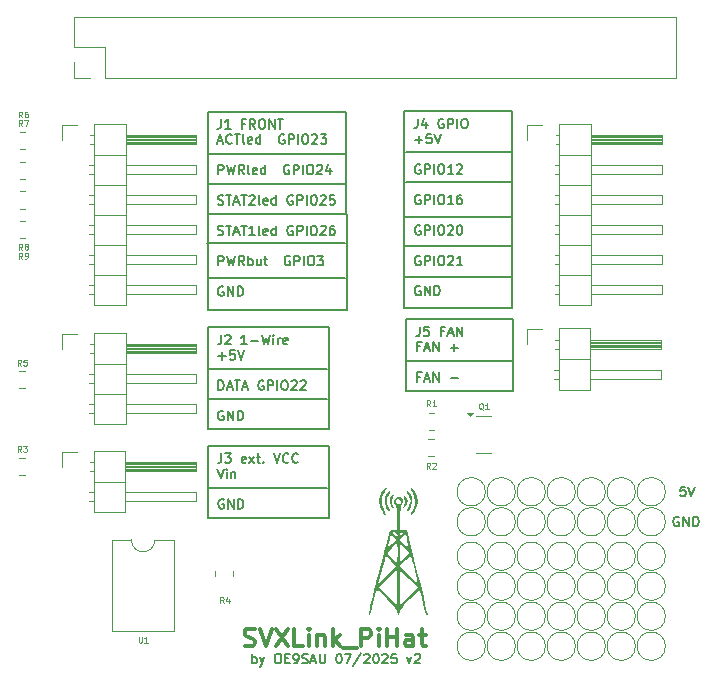
<source format=gbr>
G04 #@! TF.GenerationSoftware,KiCad,Pcbnew,8.0.1*
G04 #@! TF.CreationDate,2025-07-27T10:09:23+02:00*
G04 #@! TF.ProjectId,SVXLink_PiHat_v2,5356584c-696e-46b5-9f50-694861745f76,rev?*
G04 #@! TF.SameCoordinates,Original*
G04 #@! TF.FileFunction,Legend,Top*
G04 #@! TF.FilePolarity,Positive*
%FSLAX46Y46*%
G04 Gerber Fmt 4.6, Leading zero omitted, Abs format (unit mm)*
G04 Created by KiCad (PCBNEW 8.0.1) date 2025-07-27 10:09:23*
%MOMM*%
%LPD*%
G01*
G04 APERTURE LIST*
%ADD10C,0.200000*%
%ADD11C,0.300000*%
%ADD12C,0.125000*%
%ADD13C,0.120000*%
%ADD14C,0.000000*%
G04 APERTURE END LIST*
D10*
X112063500Y-73453500D02*
X121080500Y-73453500D01*
X95343000Y-78614000D02*
X107000000Y-78614000D01*
X95411000Y-96407300D02*
X105500000Y-96407300D01*
X112127000Y-70469000D02*
X121144000Y-70469000D01*
X112127000Y-67929000D02*
X121144000Y-67929000D01*
X112063500Y-78533500D02*
X121080500Y-78533500D01*
X95341500Y-70630000D02*
X107000000Y-70630000D01*
X112175400Y-85650100D02*
X121192400Y-85650100D01*
X95350000Y-88896000D02*
X105500000Y-88896000D01*
X95350000Y-86356000D02*
X105500000Y-86356000D01*
X95333000Y-75634000D02*
X107000000Y-75634000D01*
X112063500Y-75866500D02*
X121080500Y-75866500D01*
X95341500Y-68090000D02*
X107000000Y-68090000D01*
X99122054Y-111241695D02*
X99122054Y-110441695D01*
X99122054Y-110746457D02*
X99198244Y-110708361D01*
X99198244Y-110708361D02*
X99350625Y-110708361D01*
X99350625Y-110708361D02*
X99426816Y-110746457D01*
X99426816Y-110746457D02*
X99464911Y-110784552D01*
X99464911Y-110784552D02*
X99503006Y-110860742D01*
X99503006Y-110860742D02*
X99503006Y-111089314D01*
X99503006Y-111089314D02*
X99464911Y-111165504D01*
X99464911Y-111165504D02*
X99426816Y-111203600D01*
X99426816Y-111203600D02*
X99350625Y-111241695D01*
X99350625Y-111241695D02*
X99198244Y-111241695D01*
X99198244Y-111241695D02*
X99122054Y-111203600D01*
X99769673Y-110708361D02*
X99960149Y-111241695D01*
X100150626Y-110708361D02*
X99960149Y-111241695D01*
X99960149Y-111241695D02*
X99883959Y-111432171D01*
X99883959Y-111432171D02*
X99845864Y-111470266D01*
X99845864Y-111470266D02*
X99769673Y-111508361D01*
X101217293Y-110441695D02*
X101369674Y-110441695D01*
X101369674Y-110441695D02*
X101445864Y-110479790D01*
X101445864Y-110479790D02*
X101522055Y-110555980D01*
X101522055Y-110555980D02*
X101560150Y-110708361D01*
X101560150Y-110708361D02*
X101560150Y-110975028D01*
X101560150Y-110975028D02*
X101522055Y-111127409D01*
X101522055Y-111127409D02*
X101445864Y-111203600D01*
X101445864Y-111203600D02*
X101369674Y-111241695D01*
X101369674Y-111241695D02*
X101217293Y-111241695D01*
X101217293Y-111241695D02*
X101141102Y-111203600D01*
X101141102Y-111203600D02*
X101064912Y-111127409D01*
X101064912Y-111127409D02*
X101026816Y-110975028D01*
X101026816Y-110975028D02*
X101026816Y-110708361D01*
X101026816Y-110708361D02*
X101064912Y-110555980D01*
X101064912Y-110555980D02*
X101141102Y-110479790D01*
X101141102Y-110479790D02*
X101217293Y-110441695D01*
X101903007Y-110822647D02*
X102169673Y-110822647D01*
X102283959Y-111241695D02*
X101903007Y-111241695D01*
X101903007Y-111241695D02*
X101903007Y-110441695D01*
X101903007Y-110441695D02*
X102283959Y-110441695D01*
X102664912Y-111241695D02*
X102817293Y-111241695D01*
X102817293Y-111241695D02*
X102893483Y-111203600D01*
X102893483Y-111203600D02*
X102931579Y-111165504D01*
X102931579Y-111165504D02*
X103007769Y-111051219D01*
X103007769Y-111051219D02*
X103045864Y-110898838D01*
X103045864Y-110898838D02*
X103045864Y-110594076D01*
X103045864Y-110594076D02*
X103007769Y-110517885D01*
X103007769Y-110517885D02*
X102969674Y-110479790D01*
X102969674Y-110479790D02*
X102893483Y-110441695D01*
X102893483Y-110441695D02*
X102741102Y-110441695D01*
X102741102Y-110441695D02*
X102664912Y-110479790D01*
X102664912Y-110479790D02*
X102626817Y-110517885D01*
X102626817Y-110517885D02*
X102588721Y-110594076D01*
X102588721Y-110594076D02*
X102588721Y-110784552D01*
X102588721Y-110784552D02*
X102626817Y-110860742D01*
X102626817Y-110860742D02*
X102664912Y-110898838D01*
X102664912Y-110898838D02*
X102741102Y-110936933D01*
X102741102Y-110936933D02*
X102893483Y-110936933D01*
X102893483Y-110936933D02*
X102969674Y-110898838D01*
X102969674Y-110898838D02*
X103007769Y-110860742D01*
X103007769Y-110860742D02*
X103045864Y-110784552D01*
X103350626Y-111203600D02*
X103464912Y-111241695D01*
X103464912Y-111241695D02*
X103655388Y-111241695D01*
X103655388Y-111241695D02*
X103731579Y-111203600D01*
X103731579Y-111203600D02*
X103769674Y-111165504D01*
X103769674Y-111165504D02*
X103807769Y-111089314D01*
X103807769Y-111089314D02*
X103807769Y-111013123D01*
X103807769Y-111013123D02*
X103769674Y-110936933D01*
X103769674Y-110936933D02*
X103731579Y-110898838D01*
X103731579Y-110898838D02*
X103655388Y-110860742D01*
X103655388Y-110860742D02*
X103503007Y-110822647D01*
X103503007Y-110822647D02*
X103426817Y-110784552D01*
X103426817Y-110784552D02*
X103388722Y-110746457D01*
X103388722Y-110746457D02*
X103350626Y-110670266D01*
X103350626Y-110670266D02*
X103350626Y-110594076D01*
X103350626Y-110594076D02*
X103388722Y-110517885D01*
X103388722Y-110517885D02*
X103426817Y-110479790D01*
X103426817Y-110479790D02*
X103503007Y-110441695D01*
X103503007Y-110441695D02*
X103693484Y-110441695D01*
X103693484Y-110441695D02*
X103807769Y-110479790D01*
X104112531Y-111013123D02*
X104493484Y-111013123D01*
X104036341Y-111241695D02*
X104303008Y-110441695D01*
X104303008Y-110441695D02*
X104569674Y-111241695D01*
X104836341Y-110441695D02*
X104836341Y-111089314D01*
X104836341Y-111089314D02*
X104874436Y-111165504D01*
X104874436Y-111165504D02*
X104912531Y-111203600D01*
X104912531Y-111203600D02*
X104988722Y-111241695D01*
X104988722Y-111241695D02*
X105141103Y-111241695D01*
X105141103Y-111241695D02*
X105217293Y-111203600D01*
X105217293Y-111203600D02*
X105255388Y-111165504D01*
X105255388Y-111165504D02*
X105293484Y-111089314D01*
X105293484Y-111089314D02*
X105293484Y-110441695D01*
X106436341Y-110441695D02*
X106512531Y-110441695D01*
X106512531Y-110441695D02*
X106588722Y-110479790D01*
X106588722Y-110479790D02*
X106626817Y-110517885D01*
X106626817Y-110517885D02*
X106664912Y-110594076D01*
X106664912Y-110594076D02*
X106703007Y-110746457D01*
X106703007Y-110746457D02*
X106703007Y-110936933D01*
X106703007Y-110936933D02*
X106664912Y-111089314D01*
X106664912Y-111089314D02*
X106626817Y-111165504D01*
X106626817Y-111165504D02*
X106588722Y-111203600D01*
X106588722Y-111203600D02*
X106512531Y-111241695D01*
X106512531Y-111241695D02*
X106436341Y-111241695D01*
X106436341Y-111241695D02*
X106360150Y-111203600D01*
X106360150Y-111203600D02*
X106322055Y-111165504D01*
X106322055Y-111165504D02*
X106283960Y-111089314D01*
X106283960Y-111089314D02*
X106245864Y-110936933D01*
X106245864Y-110936933D02*
X106245864Y-110746457D01*
X106245864Y-110746457D02*
X106283960Y-110594076D01*
X106283960Y-110594076D02*
X106322055Y-110517885D01*
X106322055Y-110517885D02*
X106360150Y-110479790D01*
X106360150Y-110479790D02*
X106436341Y-110441695D01*
X106969674Y-110441695D02*
X107503008Y-110441695D01*
X107503008Y-110441695D02*
X107160150Y-111241695D01*
X108379198Y-110403600D02*
X107693484Y-111432171D01*
X108607769Y-110517885D02*
X108645865Y-110479790D01*
X108645865Y-110479790D02*
X108722055Y-110441695D01*
X108722055Y-110441695D02*
X108912531Y-110441695D01*
X108912531Y-110441695D02*
X108988722Y-110479790D01*
X108988722Y-110479790D02*
X109026817Y-110517885D01*
X109026817Y-110517885D02*
X109064912Y-110594076D01*
X109064912Y-110594076D02*
X109064912Y-110670266D01*
X109064912Y-110670266D02*
X109026817Y-110784552D01*
X109026817Y-110784552D02*
X108569674Y-111241695D01*
X108569674Y-111241695D02*
X109064912Y-111241695D01*
X109560151Y-110441695D02*
X109636341Y-110441695D01*
X109636341Y-110441695D02*
X109712532Y-110479790D01*
X109712532Y-110479790D02*
X109750627Y-110517885D01*
X109750627Y-110517885D02*
X109788722Y-110594076D01*
X109788722Y-110594076D02*
X109826817Y-110746457D01*
X109826817Y-110746457D02*
X109826817Y-110936933D01*
X109826817Y-110936933D02*
X109788722Y-111089314D01*
X109788722Y-111089314D02*
X109750627Y-111165504D01*
X109750627Y-111165504D02*
X109712532Y-111203600D01*
X109712532Y-111203600D02*
X109636341Y-111241695D01*
X109636341Y-111241695D02*
X109560151Y-111241695D01*
X109560151Y-111241695D02*
X109483960Y-111203600D01*
X109483960Y-111203600D02*
X109445865Y-111165504D01*
X109445865Y-111165504D02*
X109407770Y-111089314D01*
X109407770Y-111089314D02*
X109369674Y-110936933D01*
X109369674Y-110936933D02*
X109369674Y-110746457D01*
X109369674Y-110746457D02*
X109407770Y-110594076D01*
X109407770Y-110594076D02*
X109445865Y-110517885D01*
X109445865Y-110517885D02*
X109483960Y-110479790D01*
X109483960Y-110479790D02*
X109560151Y-110441695D01*
X110131579Y-110517885D02*
X110169675Y-110479790D01*
X110169675Y-110479790D02*
X110245865Y-110441695D01*
X110245865Y-110441695D02*
X110436341Y-110441695D01*
X110436341Y-110441695D02*
X110512532Y-110479790D01*
X110512532Y-110479790D02*
X110550627Y-110517885D01*
X110550627Y-110517885D02*
X110588722Y-110594076D01*
X110588722Y-110594076D02*
X110588722Y-110670266D01*
X110588722Y-110670266D02*
X110550627Y-110784552D01*
X110550627Y-110784552D02*
X110093484Y-111241695D01*
X110093484Y-111241695D02*
X110588722Y-111241695D01*
X111312532Y-110441695D02*
X110931580Y-110441695D01*
X110931580Y-110441695D02*
X110893484Y-110822647D01*
X110893484Y-110822647D02*
X110931580Y-110784552D01*
X110931580Y-110784552D02*
X111007770Y-110746457D01*
X111007770Y-110746457D02*
X111198246Y-110746457D01*
X111198246Y-110746457D02*
X111274437Y-110784552D01*
X111274437Y-110784552D02*
X111312532Y-110822647D01*
X111312532Y-110822647D02*
X111350627Y-110898838D01*
X111350627Y-110898838D02*
X111350627Y-111089314D01*
X111350627Y-111089314D02*
X111312532Y-111165504D01*
X111312532Y-111165504D02*
X111274437Y-111203600D01*
X111274437Y-111203600D02*
X111198246Y-111241695D01*
X111198246Y-111241695D02*
X111007770Y-111241695D01*
X111007770Y-111241695D02*
X110931580Y-111203600D01*
X110931580Y-111203600D02*
X110893484Y-111165504D01*
X112226818Y-110708361D02*
X112417294Y-111241695D01*
X112417294Y-111241695D02*
X112607771Y-110708361D01*
X112874437Y-110517885D02*
X112912533Y-110479790D01*
X112912533Y-110479790D02*
X112988723Y-110441695D01*
X112988723Y-110441695D02*
X113179199Y-110441695D01*
X113179199Y-110441695D02*
X113255390Y-110479790D01*
X113255390Y-110479790D02*
X113293485Y-110517885D01*
X113293485Y-110517885D02*
X113331580Y-110594076D01*
X113331580Y-110594076D02*
X113331580Y-110670266D01*
X113331580Y-110670266D02*
X113293485Y-110784552D01*
X113293485Y-110784552D02*
X112836342Y-111241695D01*
X112836342Y-111241695D02*
X113331580Y-111241695D01*
X135247101Y-98879790D02*
X135170911Y-98841695D01*
X135170911Y-98841695D02*
X135056625Y-98841695D01*
X135056625Y-98841695D02*
X134942339Y-98879790D01*
X134942339Y-98879790D02*
X134866149Y-98955980D01*
X134866149Y-98955980D02*
X134828054Y-99032171D01*
X134828054Y-99032171D02*
X134789958Y-99184552D01*
X134789958Y-99184552D02*
X134789958Y-99298838D01*
X134789958Y-99298838D02*
X134828054Y-99451219D01*
X134828054Y-99451219D02*
X134866149Y-99527409D01*
X134866149Y-99527409D02*
X134942339Y-99603600D01*
X134942339Y-99603600D02*
X135056625Y-99641695D01*
X135056625Y-99641695D02*
X135132816Y-99641695D01*
X135132816Y-99641695D02*
X135247101Y-99603600D01*
X135247101Y-99603600D02*
X135285197Y-99565504D01*
X135285197Y-99565504D02*
X135285197Y-99298838D01*
X135285197Y-99298838D02*
X135132816Y-99298838D01*
X135628054Y-99641695D02*
X135628054Y-98841695D01*
X135628054Y-98841695D02*
X136085197Y-99641695D01*
X136085197Y-99641695D02*
X136085197Y-98841695D01*
X136466149Y-99641695D02*
X136466149Y-98841695D01*
X136466149Y-98841695D02*
X136656625Y-98841695D01*
X136656625Y-98841695D02*
X136770911Y-98879790D01*
X136770911Y-98879790D02*
X136847101Y-98955980D01*
X136847101Y-98955980D02*
X136885196Y-99032171D01*
X136885196Y-99032171D02*
X136923292Y-99184552D01*
X136923292Y-99184552D02*
X136923292Y-99298838D01*
X136923292Y-99298838D02*
X136885196Y-99451219D01*
X136885196Y-99451219D02*
X136847101Y-99527409D01*
X136847101Y-99527409D02*
X136770911Y-99603600D01*
X136770911Y-99603600D02*
X136656625Y-99641695D01*
X136656625Y-99641695D02*
X136466149Y-99641695D01*
D11*
X98483082Y-109729400D02*
X98697368Y-109800828D01*
X98697368Y-109800828D02*
X99054510Y-109800828D01*
X99054510Y-109800828D02*
X99197368Y-109729400D01*
X99197368Y-109729400D02*
X99268796Y-109657971D01*
X99268796Y-109657971D02*
X99340225Y-109515114D01*
X99340225Y-109515114D02*
X99340225Y-109372257D01*
X99340225Y-109372257D02*
X99268796Y-109229400D01*
X99268796Y-109229400D02*
X99197368Y-109157971D01*
X99197368Y-109157971D02*
X99054510Y-109086542D01*
X99054510Y-109086542D02*
X98768796Y-109015114D01*
X98768796Y-109015114D02*
X98625939Y-108943685D01*
X98625939Y-108943685D02*
X98554510Y-108872257D01*
X98554510Y-108872257D02*
X98483082Y-108729400D01*
X98483082Y-108729400D02*
X98483082Y-108586542D01*
X98483082Y-108586542D02*
X98554510Y-108443685D01*
X98554510Y-108443685D02*
X98625939Y-108372257D01*
X98625939Y-108372257D02*
X98768796Y-108300828D01*
X98768796Y-108300828D02*
X99125939Y-108300828D01*
X99125939Y-108300828D02*
X99340225Y-108372257D01*
X99768796Y-108300828D02*
X100268796Y-109800828D01*
X100268796Y-109800828D02*
X100768796Y-108300828D01*
X101125938Y-108300828D02*
X102125938Y-109800828D01*
X102125938Y-108300828D02*
X101125938Y-109800828D01*
X103411652Y-109800828D02*
X102697366Y-109800828D01*
X102697366Y-109800828D02*
X102697366Y-108300828D01*
X103911652Y-109800828D02*
X103911652Y-108800828D01*
X103911652Y-108300828D02*
X103840224Y-108372257D01*
X103840224Y-108372257D02*
X103911652Y-108443685D01*
X103911652Y-108443685D02*
X103983081Y-108372257D01*
X103983081Y-108372257D02*
X103911652Y-108300828D01*
X103911652Y-108300828D02*
X103911652Y-108443685D01*
X104625938Y-108800828D02*
X104625938Y-109800828D01*
X104625938Y-108943685D02*
X104697367Y-108872257D01*
X104697367Y-108872257D02*
X104840224Y-108800828D01*
X104840224Y-108800828D02*
X105054510Y-108800828D01*
X105054510Y-108800828D02*
X105197367Y-108872257D01*
X105197367Y-108872257D02*
X105268796Y-109015114D01*
X105268796Y-109015114D02*
X105268796Y-109800828D01*
X105983081Y-109800828D02*
X105983081Y-108300828D01*
X106125939Y-109229400D02*
X106554510Y-109800828D01*
X106554510Y-108800828D02*
X105983081Y-109372257D01*
X106840225Y-109943685D02*
X107983082Y-109943685D01*
X108340224Y-109800828D02*
X108340224Y-108300828D01*
X108340224Y-108300828D02*
X108911653Y-108300828D01*
X108911653Y-108300828D02*
X109054510Y-108372257D01*
X109054510Y-108372257D02*
X109125939Y-108443685D01*
X109125939Y-108443685D02*
X109197367Y-108586542D01*
X109197367Y-108586542D02*
X109197367Y-108800828D01*
X109197367Y-108800828D02*
X109125939Y-108943685D01*
X109125939Y-108943685D02*
X109054510Y-109015114D01*
X109054510Y-109015114D02*
X108911653Y-109086542D01*
X108911653Y-109086542D02*
X108340224Y-109086542D01*
X109840224Y-109800828D02*
X109840224Y-108800828D01*
X109840224Y-108300828D02*
X109768796Y-108372257D01*
X109768796Y-108372257D02*
X109840224Y-108443685D01*
X109840224Y-108443685D02*
X109911653Y-108372257D01*
X109911653Y-108372257D02*
X109840224Y-108300828D01*
X109840224Y-108300828D02*
X109840224Y-108443685D01*
X110554510Y-109800828D02*
X110554510Y-108300828D01*
X110554510Y-109015114D02*
X111411653Y-109015114D01*
X111411653Y-109800828D02*
X111411653Y-108300828D01*
X112768797Y-109800828D02*
X112768797Y-109015114D01*
X112768797Y-109015114D02*
X112697368Y-108872257D01*
X112697368Y-108872257D02*
X112554511Y-108800828D01*
X112554511Y-108800828D02*
X112268797Y-108800828D01*
X112268797Y-108800828D02*
X112125939Y-108872257D01*
X112768797Y-109729400D02*
X112625939Y-109800828D01*
X112625939Y-109800828D02*
X112268797Y-109800828D01*
X112268797Y-109800828D02*
X112125939Y-109729400D01*
X112125939Y-109729400D02*
X112054511Y-109586542D01*
X112054511Y-109586542D02*
X112054511Y-109443685D01*
X112054511Y-109443685D02*
X112125939Y-109300828D01*
X112125939Y-109300828D02*
X112268797Y-109229400D01*
X112268797Y-109229400D02*
X112625939Y-109229400D01*
X112625939Y-109229400D02*
X112768797Y-109157971D01*
X113268797Y-108800828D02*
X113840225Y-108800828D01*
X113483082Y-108300828D02*
X113483082Y-109586542D01*
X113483082Y-109586542D02*
X113554511Y-109729400D01*
X113554511Y-109729400D02*
X113697368Y-109800828D01*
X113697368Y-109800828D02*
X113840225Y-109800828D01*
D10*
X135779006Y-96291695D02*
X135398054Y-96291695D01*
X135398054Y-96291695D02*
X135359958Y-96672647D01*
X135359958Y-96672647D02*
X135398054Y-96634552D01*
X135398054Y-96634552D02*
X135474244Y-96596457D01*
X135474244Y-96596457D02*
X135664720Y-96596457D01*
X135664720Y-96596457D02*
X135740911Y-96634552D01*
X135740911Y-96634552D02*
X135779006Y-96672647D01*
X135779006Y-96672647D02*
X135817101Y-96748838D01*
X135817101Y-96748838D02*
X135817101Y-96939314D01*
X135817101Y-96939314D02*
X135779006Y-97015504D01*
X135779006Y-97015504D02*
X135740911Y-97053600D01*
X135740911Y-97053600D02*
X135664720Y-97091695D01*
X135664720Y-97091695D02*
X135474244Y-97091695D01*
X135474244Y-97091695D02*
X135398054Y-97053600D01*
X135398054Y-97053600D02*
X135359958Y-97015504D01*
X136045673Y-96291695D02*
X136312340Y-97091695D01*
X136312340Y-97091695D02*
X136579006Y-96291695D01*
X95344500Y-73174000D02*
X107111500Y-73174000D01*
X107111500Y-81310000D01*
X95344500Y-81310000D01*
X95344500Y-73174000D01*
X113326025Y-82721795D02*
X113326025Y-83293223D01*
X113326025Y-83293223D02*
X113287930Y-83407509D01*
X113287930Y-83407509D02*
X113211739Y-83483700D01*
X113211739Y-83483700D02*
X113097454Y-83521795D01*
X113097454Y-83521795D02*
X113021263Y-83521795D01*
X114087930Y-82721795D02*
X113706978Y-82721795D01*
X113706978Y-82721795D02*
X113668882Y-83102747D01*
X113668882Y-83102747D02*
X113706978Y-83064652D01*
X113706978Y-83064652D02*
X113783168Y-83026557D01*
X113783168Y-83026557D02*
X113973644Y-83026557D01*
X113973644Y-83026557D02*
X114049835Y-83064652D01*
X114049835Y-83064652D02*
X114087930Y-83102747D01*
X114087930Y-83102747D02*
X114126025Y-83178938D01*
X114126025Y-83178938D02*
X114126025Y-83369414D01*
X114126025Y-83369414D02*
X114087930Y-83445604D01*
X114087930Y-83445604D02*
X114049835Y-83483700D01*
X114049835Y-83483700D02*
X113973644Y-83521795D01*
X113973644Y-83521795D02*
X113783168Y-83521795D01*
X113783168Y-83521795D02*
X113706978Y-83483700D01*
X113706978Y-83483700D02*
X113668882Y-83445604D01*
X115345073Y-83102747D02*
X115078407Y-83102747D01*
X115078407Y-83521795D02*
X115078407Y-82721795D01*
X115078407Y-82721795D02*
X115459359Y-82721795D01*
X115726025Y-83293223D02*
X116106978Y-83293223D01*
X115649835Y-83521795D02*
X115916502Y-82721795D01*
X115916502Y-82721795D02*
X116183168Y-83521795D01*
X116449835Y-83521795D02*
X116449835Y-82721795D01*
X116449835Y-82721795D02*
X116906978Y-83521795D01*
X116906978Y-83521795D02*
X116906978Y-82721795D01*
X113364120Y-84390702D02*
X113097454Y-84390702D01*
X113097454Y-84809750D02*
X113097454Y-84009750D01*
X113097454Y-84009750D02*
X113478406Y-84009750D01*
X113745072Y-84581178D02*
X114126025Y-84581178D01*
X113668882Y-84809750D02*
X113935549Y-84009750D01*
X113935549Y-84009750D02*
X114202215Y-84809750D01*
X114468882Y-84809750D02*
X114468882Y-84009750D01*
X114468882Y-84009750D02*
X114926025Y-84809750D01*
X114926025Y-84809750D02*
X114926025Y-84009750D01*
X115916501Y-84504988D02*
X116526025Y-84504988D01*
X116221263Y-84809750D02*
X116221263Y-84200226D01*
X113364120Y-86966612D02*
X113097454Y-86966612D01*
X113097454Y-87385660D02*
X113097454Y-86585660D01*
X113097454Y-86585660D02*
X113478406Y-86585660D01*
X113745072Y-87157088D02*
X114126025Y-87157088D01*
X113668882Y-87385660D02*
X113935549Y-86585660D01*
X113935549Y-86585660D02*
X114202215Y-87385660D01*
X114468882Y-87385660D02*
X114468882Y-86585660D01*
X114468882Y-86585660D02*
X114926025Y-87385660D01*
X114926025Y-87385660D02*
X114926025Y-86585660D01*
X115916501Y-87080898D02*
X116526025Y-87080898D01*
X112175400Y-82094100D02*
X121192400Y-82094100D01*
X121192400Y-88190100D01*
X112175400Y-88190100D01*
X112175400Y-82094100D01*
X96520625Y-93467695D02*
X96520625Y-94039123D01*
X96520625Y-94039123D02*
X96482530Y-94153409D01*
X96482530Y-94153409D02*
X96406339Y-94229600D01*
X96406339Y-94229600D02*
X96292054Y-94267695D01*
X96292054Y-94267695D02*
X96215863Y-94267695D01*
X96825387Y-93467695D02*
X97320625Y-93467695D01*
X97320625Y-93467695D02*
X97053959Y-93772457D01*
X97053959Y-93772457D02*
X97168244Y-93772457D01*
X97168244Y-93772457D02*
X97244435Y-93810552D01*
X97244435Y-93810552D02*
X97282530Y-93848647D01*
X97282530Y-93848647D02*
X97320625Y-93924838D01*
X97320625Y-93924838D02*
X97320625Y-94115314D01*
X97320625Y-94115314D02*
X97282530Y-94191504D01*
X97282530Y-94191504D02*
X97244435Y-94229600D01*
X97244435Y-94229600D02*
X97168244Y-94267695D01*
X97168244Y-94267695D02*
X96939673Y-94267695D01*
X96939673Y-94267695D02*
X96863482Y-94229600D01*
X96863482Y-94229600D02*
X96825387Y-94191504D01*
X98577769Y-94229600D02*
X98501578Y-94267695D01*
X98501578Y-94267695D02*
X98349197Y-94267695D01*
X98349197Y-94267695D02*
X98273007Y-94229600D01*
X98273007Y-94229600D02*
X98234911Y-94153409D01*
X98234911Y-94153409D02*
X98234911Y-93848647D01*
X98234911Y-93848647D02*
X98273007Y-93772457D01*
X98273007Y-93772457D02*
X98349197Y-93734361D01*
X98349197Y-93734361D02*
X98501578Y-93734361D01*
X98501578Y-93734361D02*
X98577769Y-93772457D01*
X98577769Y-93772457D02*
X98615864Y-93848647D01*
X98615864Y-93848647D02*
X98615864Y-93924838D01*
X98615864Y-93924838D02*
X98234911Y-94001028D01*
X98882530Y-94267695D02*
X99301578Y-93734361D01*
X98882530Y-93734361D02*
X99301578Y-94267695D01*
X99492054Y-93734361D02*
X99796816Y-93734361D01*
X99606340Y-93467695D02*
X99606340Y-94153409D01*
X99606340Y-94153409D02*
X99644435Y-94229600D01*
X99644435Y-94229600D02*
X99720625Y-94267695D01*
X99720625Y-94267695D02*
X99796816Y-94267695D01*
X100063483Y-94191504D02*
X100101578Y-94229600D01*
X100101578Y-94229600D02*
X100063483Y-94267695D01*
X100063483Y-94267695D02*
X100025387Y-94229600D01*
X100025387Y-94229600D02*
X100063483Y-94191504D01*
X100063483Y-94191504D02*
X100063483Y-94267695D01*
X100939673Y-93467695D02*
X101206340Y-94267695D01*
X101206340Y-94267695D02*
X101473006Y-93467695D01*
X102196816Y-94191504D02*
X102158720Y-94229600D01*
X102158720Y-94229600D02*
X102044435Y-94267695D01*
X102044435Y-94267695D02*
X101968244Y-94267695D01*
X101968244Y-94267695D02*
X101853958Y-94229600D01*
X101853958Y-94229600D02*
X101777768Y-94153409D01*
X101777768Y-94153409D02*
X101739673Y-94077219D01*
X101739673Y-94077219D02*
X101701577Y-93924838D01*
X101701577Y-93924838D02*
X101701577Y-93810552D01*
X101701577Y-93810552D02*
X101739673Y-93658171D01*
X101739673Y-93658171D02*
X101777768Y-93581980D01*
X101777768Y-93581980D02*
X101853958Y-93505790D01*
X101853958Y-93505790D02*
X101968244Y-93467695D01*
X101968244Y-93467695D02*
X102044435Y-93467695D01*
X102044435Y-93467695D02*
X102158720Y-93505790D01*
X102158720Y-93505790D02*
X102196816Y-93543885D01*
X102996816Y-94191504D02*
X102958720Y-94229600D01*
X102958720Y-94229600D02*
X102844435Y-94267695D01*
X102844435Y-94267695D02*
X102768244Y-94267695D01*
X102768244Y-94267695D02*
X102653958Y-94229600D01*
X102653958Y-94229600D02*
X102577768Y-94153409D01*
X102577768Y-94153409D02*
X102539673Y-94077219D01*
X102539673Y-94077219D02*
X102501577Y-93924838D01*
X102501577Y-93924838D02*
X102501577Y-93810552D01*
X102501577Y-93810552D02*
X102539673Y-93658171D01*
X102539673Y-93658171D02*
X102577768Y-93581980D01*
X102577768Y-93581980D02*
X102653958Y-93505790D01*
X102653958Y-93505790D02*
X102768244Y-93467695D01*
X102768244Y-93467695D02*
X102844435Y-93467695D01*
X102844435Y-93467695D02*
X102958720Y-93505790D01*
X102958720Y-93505790D02*
X102996816Y-93543885D01*
X96177768Y-94755650D02*
X96444435Y-95555650D01*
X96444435Y-95555650D02*
X96711101Y-94755650D01*
X96977768Y-95555650D02*
X96977768Y-95022316D01*
X96977768Y-94755650D02*
X96939672Y-94793745D01*
X96939672Y-94793745D02*
X96977768Y-94831840D01*
X96977768Y-94831840D02*
X97015863Y-94793745D01*
X97015863Y-94793745D02*
X96977768Y-94755650D01*
X96977768Y-94755650D02*
X96977768Y-94831840D01*
X97358720Y-95022316D02*
X97358720Y-95555650D01*
X97358720Y-95098507D02*
X97396815Y-95060412D01*
X97396815Y-95060412D02*
X97473005Y-95022316D01*
X97473005Y-95022316D02*
X97587291Y-95022316D01*
X97587291Y-95022316D02*
X97663482Y-95060412D01*
X97663482Y-95060412D02*
X97701577Y-95136602D01*
X97701577Y-95136602D02*
X97701577Y-95555650D01*
X96711101Y-97369655D02*
X96634911Y-97331560D01*
X96634911Y-97331560D02*
X96520625Y-97331560D01*
X96520625Y-97331560D02*
X96406339Y-97369655D01*
X96406339Y-97369655D02*
X96330149Y-97445845D01*
X96330149Y-97445845D02*
X96292054Y-97522036D01*
X96292054Y-97522036D02*
X96253958Y-97674417D01*
X96253958Y-97674417D02*
X96253958Y-97788703D01*
X96253958Y-97788703D02*
X96292054Y-97941084D01*
X96292054Y-97941084D02*
X96330149Y-98017274D01*
X96330149Y-98017274D02*
X96406339Y-98093465D01*
X96406339Y-98093465D02*
X96520625Y-98131560D01*
X96520625Y-98131560D02*
X96596816Y-98131560D01*
X96596816Y-98131560D02*
X96711101Y-98093465D01*
X96711101Y-98093465D02*
X96749197Y-98055369D01*
X96749197Y-98055369D02*
X96749197Y-97788703D01*
X96749197Y-97788703D02*
X96596816Y-97788703D01*
X97092054Y-98131560D02*
X97092054Y-97331560D01*
X97092054Y-97331560D02*
X97549197Y-98131560D01*
X97549197Y-98131560D02*
X97549197Y-97331560D01*
X97930149Y-98131560D02*
X97930149Y-97331560D01*
X97930149Y-97331560D02*
X98120625Y-97331560D01*
X98120625Y-97331560D02*
X98234911Y-97369655D01*
X98234911Y-97369655D02*
X98311101Y-97445845D01*
X98311101Y-97445845D02*
X98349196Y-97522036D01*
X98349196Y-97522036D02*
X98387292Y-97674417D01*
X98387292Y-97674417D02*
X98387292Y-97788703D01*
X98387292Y-97788703D02*
X98349196Y-97941084D01*
X98349196Y-97941084D02*
X98311101Y-98017274D01*
X98311101Y-98017274D02*
X98234911Y-98093465D01*
X98234911Y-98093465D02*
X98120625Y-98131560D01*
X98120625Y-98131560D02*
X97930149Y-98131560D01*
X95370000Y-92840000D02*
X105637000Y-92840000D01*
X105637000Y-98936000D01*
X95370000Y-98936000D01*
X95370000Y-92840000D01*
X96492125Y-65161695D02*
X96492125Y-65733123D01*
X96492125Y-65733123D02*
X96454030Y-65847409D01*
X96454030Y-65847409D02*
X96377839Y-65923600D01*
X96377839Y-65923600D02*
X96263554Y-65961695D01*
X96263554Y-65961695D02*
X96187363Y-65961695D01*
X97292125Y-65961695D02*
X96834982Y-65961695D01*
X97063554Y-65961695D02*
X97063554Y-65161695D01*
X97063554Y-65161695D02*
X96987363Y-65275980D01*
X96987363Y-65275980D02*
X96911173Y-65352171D01*
X96911173Y-65352171D02*
X96834982Y-65390266D01*
X98511173Y-65542647D02*
X98244507Y-65542647D01*
X98244507Y-65961695D02*
X98244507Y-65161695D01*
X98244507Y-65161695D02*
X98625459Y-65161695D01*
X99387364Y-65961695D02*
X99120697Y-65580742D01*
X98930221Y-65961695D02*
X98930221Y-65161695D01*
X98930221Y-65161695D02*
X99234983Y-65161695D01*
X99234983Y-65161695D02*
X99311173Y-65199790D01*
X99311173Y-65199790D02*
X99349268Y-65237885D01*
X99349268Y-65237885D02*
X99387364Y-65314076D01*
X99387364Y-65314076D02*
X99387364Y-65428361D01*
X99387364Y-65428361D02*
X99349268Y-65504552D01*
X99349268Y-65504552D02*
X99311173Y-65542647D01*
X99311173Y-65542647D02*
X99234983Y-65580742D01*
X99234983Y-65580742D02*
X98930221Y-65580742D01*
X99882602Y-65161695D02*
X100034983Y-65161695D01*
X100034983Y-65161695D02*
X100111173Y-65199790D01*
X100111173Y-65199790D02*
X100187364Y-65275980D01*
X100187364Y-65275980D02*
X100225459Y-65428361D01*
X100225459Y-65428361D02*
X100225459Y-65695028D01*
X100225459Y-65695028D02*
X100187364Y-65847409D01*
X100187364Y-65847409D02*
X100111173Y-65923600D01*
X100111173Y-65923600D02*
X100034983Y-65961695D01*
X100034983Y-65961695D02*
X99882602Y-65961695D01*
X99882602Y-65961695D02*
X99806411Y-65923600D01*
X99806411Y-65923600D02*
X99730221Y-65847409D01*
X99730221Y-65847409D02*
X99692125Y-65695028D01*
X99692125Y-65695028D02*
X99692125Y-65428361D01*
X99692125Y-65428361D02*
X99730221Y-65275980D01*
X99730221Y-65275980D02*
X99806411Y-65199790D01*
X99806411Y-65199790D02*
X99882602Y-65161695D01*
X100568316Y-65961695D02*
X100568316Y-65161695D01*
X100568316Y-65161695D02*
X101025459Y-65961695D01*
X101025459Y-65961695D02*
X101025459Y-65161695D01*
X101292125Y-65161695D02*
X101749268Y-65161695D01*
X101520696Y-65961695D02*
X101520696Y-65161695D01*
X96225458Y-67021078D02*
X96606411Y-67021078D01*
X96149268Y-67249650D02*
X96415935Y-66449650D01*
X96415935Y-66449650D02*
X96682601Y-67249650D01*
X97406411Y-67173459D02*
X97368315Y-67211555D01*
X97368315Y-67211555D02*
X97254030Y-67249650D01*
X97254030Y-67249650D02*
X97177839Y-67249650D01*
X97177839Y-67249650D02*
X97063553Y-67211555D01*
X97063553Y-67211555D02*
X96987363Y-67135364D01*
X96987363Y-67135364D02*
X96949268Y-67059174D01*
X96949268Y-67059174D02*
X96911172Y-66906793D01*
X96911172Y-66906793D02*
X96911172Y-66792507D01*
X96911172Y-66792507D02*
X96949268Y-66640126D01*
X96949268Y-66640126D02*
X96987363Y-66563935D01*
X96987363Y-66563935D02*
X97063553Y-66487745D01*
X97063553Y-66487745D02*
X97177839Y-66449650D01*
X97177839Y-66449650D02*
X97254030Y-66449650D01*
X97254030Y-66449650D02*
X97368315Y-66487745D01*
X97368315Y-66487745D02*
X97406411Y-66525840D01*
X97634982Y-66449650D02*
X98092125Y-66449650D01*
X97863553Y-67249650D02*
X97863553Y-66449650D01*
X98473077Y-67249650D02*
X98396887Y-67211555D01*
X98396887Y-67211555D02*
X98358792Y-67135364D01*
X98358792Y-67135364D02*
X98358792Y-66449650D01*
X99082602Y-67211555D02*
X99006411Y-67249650D01*
X99006411Y-67249650D02*
X98854030Y-67249650D01*
X98854030Y-67249650D02*
X98777840Y-67211555D01*
X98777840Y-67211555D02*
X98739744Y-67135364D01*
X98739744Y-67135364D02*
X98739744Y-66830602D01*
X98739744Y-66830602D02*
X98777840Y-66754412D01*
X98777840Y-66754412D02*
X98854030Y-66716316D01*
X98854030Y-66716316D02*
X99006411Y-66716316D01*
X99006411Y-66716316D02*
X99082602Y-66754412D01*
X99082602Y-66754412D02*
X99120697Y-66830602D01*
X99120697Y-66830602D02*
X99120697Y-66906793D01*
X99120697Y-66906793D02*
X98739744Y-66982983D01*
X99806411Y-67249650D02*
X99806411Y-66449650D01*
X99806411Y-67211555D02*
X99730220Y-67249650D01*
X99730220Y-67249650D02*
X99577839Y-67249650D01*
X99577839Y-67249650D02*
X99501649Y-67211555D01*
X99501649Y-67211555D02*
X99463554Y-67173459D01*
X99463554Y-67173459D02*
X99425458Y-67097269D01*
X99425458Y-67097269D02*
X99425458Y-66868697D01*
X99425458Y-66868697D02*
X99463554Y-66792507D01*
X99463554Y-66792507D02*
X99501649Y-66754412D01*
X99501649Y-66754412D02*
X99577839Y-66716316D01*
X99577839Y-66716316D02*
X99730220Y-66716316D01*
X99730220Y-66716316D02*
X99806411Y-66754412D01*
X101825459Y-66487745D02*
X101749269Y-66449650D01*
X101749269Y-66449650D02*
X101634983Y-66449650D01*
X101634983Y-66449650D02*
X101520697Y-66487745D01*
X101520697Y-66487745D02*
X101444507Y-66563935D01*
X101444507Y-66563935D02*
X101406412Y-66640126D01*
X101406412Y-66640126D02*
X101368316Y-66792507D01*
X101368316Y-66792507D02*
X101368316Y-66906793D01*
X101368316Y-66906793D02*
X101406412Y-67059174D01*
X101406412Y-67059174D02*
X101444507Y-67135364D01*
X101444507Y-67135364D02*
X101520697Y-67211555D01*
X101520697Y-67211555D02*
X101634983Y-67249650D01*
X101634983Y-67249650D02*
X101711174Y-67249650D01*
X101711174Y-67249650D02*
X101825459Y-67211555D01*
X101825459Y-67211555D02*
X101863555Y-67173459D01*
X101863555Y-67173459D02*
X101863555Y-66906793D01*
X101863555Y-66906793D02*
X101711174Y-66906793D01*
X102206412Y-67249650D02*
X102206412Y-66449650D01*
X102206412Y-66449650D02*
X102511174Y-66449650D01*
X102511174Y-66449650D02*
X102587364Y-66487745D01*
X102587364Y-66487745D02*
X102625459Y-66525840D01*
X102625459Y-66525840D02*
X102663555Y-66602031D01*
X102663555Y-66602031D02*
X102663555Y-66716316D01*
X102663555Y-66716316D02*
X102625459Y-66792507D01*
X102625459Y-66792507D02*
X102587364Y-66830602D01*
X102587364Y-66830602D02*
X102511174Y-66868697D01*
X102511174Y-66868697D02*
X102206412Y-66868697D01*
X103006412Y-67249650D02*
X103006412Y-66449650D01*
X103539745Y-66449650D02*
X103692126Y-66449650D01*
X103692126Y-66449650D02*
X103768316Y-66487745D01*
X103768316Y-66487745D02*
X103844507Y-66563935D01*
X103844507Y-66563935D02*
X103882602Y-66716316D01*
X103882602Y-66716316D02*
X103882602Y-66982983D01*
X103882602Y-66982983D02*
X103844507Y-67135364D01*
X103844507Y-67135364D02*
X103768316Y-67211555D01*
X103768316Y-67211555D02*
X103692126Y-67249650D01*
X103692126Y-67249650D02*
X103539745Y-67249650D01*
X103539745Y-67249650D02*
X103463554Y-67211555D01*
X103463554Y-67211555D02*
X103387364Y-67135364D01*
X103387364Y-67135364D02*
X103349268Y-66982983D01*
X103349268Y-66982983D02*
X103349268Y-66716316D01*
X103349268Y-66716316D02*
X103387364Y-66563935D01*
X103387364Y-66563935D02*
X103463554Y-66487745D01*
X103463554Y-66487745D02*
X103539745Y-66449650D01*
X104187363Y-66525840D02*
X104225459Y-66487745D01*
X104225459Y-66487745D02*
X104301649Y-66449650D01*
X104301649Y-66449650D02*
X104492125Y-66449650D01*
X104492125Y-66449650D02*
X104568316Y-66487745D01*
X104568316Y-66487745D02*
X104606411Y-66525840D01*
X104606411Y-66525840D02*
X104644506Y-66602031D01*
X104644506Y-66602031D02*
X104644506Y-66678221D01*
X104644506Y-66678221D02*
X104606411Y-66792507D01*
X104606411Y-66792507D02*
X104149268Y-67249650D01*
X104149268Y-67249650D02*
X104644506Y-67249650D01*
X104911173Y-66449650D02*
X105406411Y-66449650D01*
X105406411Y-66449650D02*
X105139745Y-66754412D01*
X105139745Y-66754412D02*
X105254030Y-66754412D01*
X105254030Y-66754412D02*
X105330221Y-66792507D01*
X105330221Y-66792507D02*
X105368316Y-66830602D01*
X105368316Y-66830602D02*
X105406411Y-66906793D01*
X105406411Y-66906793D02*
X105406411Y-67097269D01*
X105406411Y-67097269D02*
X105368316Y-67173459D01*
X105368316Y-67173459D02*
X105330221Y-67211555D01*
X105330221Y-67211555D02*
X105254030Y-67249650D01*
X105254030Y-67249650D02*
X105025459Y-67249650D01*
X105025459Y-67249650D02*
X104949268Y-67211555D01*
X104949268Y-67211555D02*
X104911173Y-67173459D01*
X96263554Y-69825560D02*
X96263554Y-69025560D01*
X96263554Y-69025560D02*
X96568316Y-69025560D01*
X96568316Y-69025560D02*
X96644506Y-69063655D01*
X96644506Y-69063655D02*
X96682601Y-69101750D01*
X96682601Y-69101750D02*
X96720697Y-69177941D01*
X96720697Y-69177941D02*
X96720697Y-69292226D01*
X96720697Y-69292226D02*
X96682601Y-69368417D01*
X96682601Y-69368417D02*
X96644506Y-69406512D01*
X96644506Y-69406512D02*
X96568316Y-69444607D01*
X96568316Y-69444607D02*
X96263554Y-69444607D01*
X96987363Y-69025560D02*
X97177839Y-69825560D01*
X97177839Y-69825560D02*
X97330220Y-69254131D01*
X97330220Y-69254131D02*
X97482601Y-69825560D01*
X97482601Y-69825560D02*
X97673078Y-69025560D01*
X98434983Y-69825560D02*
X98168316Y-69444607D01*
X97977840Y-69825560D02*
X97977840Y-69025560D01*
X97977840Y-69025560D02*
X98282602Y-69025560D01*
X98282602Y-69025560D02*
X98358792Y-69063655D01*
X98358792Y-69063655D02*
X98396887Y-69101750D01*
X98396887Y-69101750D02*
X98434983Y-69177941D01*
X98434983Y-69177941D02*
X98434983Y-69292226D01*
X98434983Y-69292226D02*
X98396887Y-69368417D01*
X98396887Y-69368417D02*
X98358792Y-69406512D01*
X98358792Y-69406512D02*
X98282602Y-69444607D01*
X98282602Y-69444607D02*
X97977840Y-69444607D01*
X98892125Y-69825560D02*
X98815935Y-69787465D01*
X98815935Y-69787465D02*
X98777840Y-69711274D01*
X98777840Y-69711274D02*
X98777840Y-69025560D01*
X99501650Y-69787465D02*
X99425459Y-69825560D01*
X99425459Y-69825560D02*
X99273078Y-69825560D01*
X99273078Y-69825560D02*
X99196888Y-69787465D01*
X99196888Y-69787465D02*
X99158792Y-69711274D01*
X99158792Y-69711274D02*
X99158792Y-69406512D01*
X99158792Y-69406512D02*
X99196888Y-69330322D01*
X99196888Y-69330322D02*
X99273078Y-69292226D01*
X99273078Y-69292226D02*
X99425459Y-69292226D01*
X99425459Y-69292226D02*
X99501650Y-69330322D01*
X99501650Y-69330322D02*
X99539745Y-69406512D01*
X99539745Y-69406512D02*
X99539745Y-69482703D01*
X99539745Y-69482703D02*
X99158792Y-69558893D01*
X100225459Y-69825560D02*
X100225459Y-69025560D01*
X100225459Y-69787465D02*
X100149268Y-69825560D01*
X100149268Y-69825560D02*
X99996887Y-69825560D01*
X99996887Y-69825560D02*
X99920697Y-69787465D01*
X99920697Y-69787465D02*
X99882602Y-69749369D01*
X99882602Y-69749369D02*
X99844506Y-69673179D01*
X99844506Y-69673179D02*
X99844506Y-69444607D01*
X99844506Y-69444607D02*
X99882602Y-69368417D01*
X99882602Y-69368417D02*
X99920697Y-69330322D01*
X99920697Y-69330322D02*
X99996887Y-69292226D01*
X99996887Y-69292226D02*
X100149268Y-69292226D01*
X100149268Y-69292226D02*
X100225459Y-69330322D01*
X102244507Y-69063655D02*
X102168317Y-69025560D01*
X102168317Y-69025560D02*
X102054031Y-69025560D01*
X102054031Y-69025560D02*
X101939745Y-69063655D01*
X101939745Y-69063655D02*
X101863555Y-69139845D01*
X101863555Y-69139845D02*
X101825460Y-69216036D01*
X101825460Y-69216036D02*
X101787364Y-69368417D01*
X101787364Y-69368417D02*
X101787364Y-69482703D01*
X101787364Y-69482703D02*
X101825460Y-69635084D01*
X101825460Y-69635084D02*
X101863555Y-69711274D01*
X101863555Y-69711274D02*
X101939745Y-69787465D01*
X101939745Y-69787465D02*
X102054031Y-69825560D01*
X102054031Y-69825560D02*
X102130222Y-69825560D01*
X102130222Y-69825560D02*
X102244507Y-69787465D01*
X102244507Y-69787465D02*
X102282603Y-69749369D01*
X102282603Y-69749369D02*
X102282603Y-69482703D01*
X102282603Y-69482703D02*
X102130222Y-69482703D01*
X102625460Y-69825560D02*
X102625460Y-69025560D01*
X102625460Y-69025560D02*
X102930222Y-69025560D01*
X102930222Y-69025560D02*
X103006412Y-69063655D01*
X103006412Y-69063655D02*
X103044507Y-69101750D01*
X103044507Y-69101750D02*
X103082603Y-69177941D01*
X103082603Y-69177941D02*
X103082603Y-69292226D01*
X103082603Y-69292226D02*
X103044507Y-69368417D01*
X103044507Y-69368417D02*
X103006412Y-69406512D01*
X103006412Y-69406512D02*
X102930222Y-69444607D01*
X102930222Y-69444607D02*
X102625460Y-69444607D01*
X103425460Y-69825560D02*
X103425460Y-69025560D01*
X103958793Y-69025560D02*
X104111174Y-69025560D01*
X104111174Y-69025560D02*
X104187364Y-69063655D01*
X104187364Y-69063655D02*
X104263555Y-69139845D01*
X104263555Y-69139845D02*
X104301650Y-69292226D01*
X104301650Y-69292226D02*
X104301650Y-69558893D01*
X104301650Y-69558893D02*
X104263555Y-69711274D01*
X104263555Y-69711274D02*
X104187364Y-69787465D01*
X104187364Y-69787465D02*
X104111174Y-69825560D01*
X104111174Y-69825560D02*
X103958793Y-69825560D01*
X103958793Y-69825560D02*
X103882602Y-69787465D01*
X103882602Y-69787465D02*
X103806412Y-69711274D01*
X103806412Y-69711274D02*
X103768316Y-69558893D01*
X103768316Y-69558893D02*
X103768316Y-69292226D01*
X103768316Y-69292226D02*
X103806412Y-69139845D01*
X103806412Y-69139845D02*
X103882602Y-69063655D01*
X103882602Y-69063655D02*
X103958793Y-69025560D01*
X104606411Y-69101750D02*
X104644507Y-69063655D01*
X104644507Y-69063655D02*
X104720697Y-69025560D01*
X104720697Y-69025560D02*
X104911173Y-69025560D01*
X104911173Y-69025560D02*
X104987364Y-69063655D01*
X104987364Y-69063655D02*
X105025459Y-69101750D01*
X105025459Y-69101750D02*
X105063554Y-69177941D01*
X105063554Y-69177941D02*
X105063554Y-69254131D01*
X105063554Y-69254131D02*
X105025459Y-69368417D01*
X105025459Y-69368417D02*
X104568316Y-69825560D01*
X104568316Y-69825560D02*
X105063554Y-69825560D01*
X105749269Y-69292226D02*
X105749269Y-69825560D01*
X105558793Y-68987465D02*
X105368316Y-69558893D01*
X105368316Y-69558893D02*
X105863555Y-69558893D01*
X96225458Y-72363375D02*
X96339744Y-72401470D01*
X96339744Y-72401470D02*
X96530220Y-72401470D01*
X96530220Y-72401470D02*
X96606411Y-72363375D01*
X96606411Y-72363375D02*
X96644506Y-72325279D01*
X96644506Y-72325279D02*
X96682601Y-72249089D01*
X96682601Y-72249089D02*
X96682601Y-72172898D01*
X96682601Y-72172898D02*
X96644506Y-72096708D01*
X96644506Y-72096708D02*
X96606411Y-72058613D01*
X96606411Y-72058613D02*
X96530220Y-72020517D01*
X96530220Y-72020517D02*
X96377839Y-71982422D01*
X96377839Y-71982422D02*
X96301649Y-71944327D01*
X96301649Y-71944327D02*
X96263554Y-71906232D01*
X96263554Y-71906232D02*
X96225458Y-71830041D01*
X96225458Y-71830041D02*
X96225458Y-71753851D01*
X96225458Y-71753851D02*
X96263554Y-71677660D01*
X96263554Y-71677660D02*
X96301649Y-71639565D01*
X96301649Y-71639565D02*
X96377839Y-71601470D01*
X96377839Y-71601470D02*
X96568316Y-71601470D01*
X96568316Y-71601470D02*
X96682601Y-71639565D01*
X96911173Y-71601470D02*
X97368316Y-71601470D01*
X97139744Y-72401470D02*
X97139744Y-71601470D01*
X97596887Y-72172898D02*
X97977840Y-72172898D01*
X97520697Y-72401470D02*
X97787364Y-71601470D01*
X97787364Y-71601470D02*
X98054030Y-72401470D01*
X98206411Y-71601470D02*
X98663554Y-71601470D01*
X98434982Y-72401470D02*
X98434982Y-71601470D01*
X98892125Y-71677660D02*
X98930221Y-71639565D01*
X98930221Y-71639565D02*
X99006411Y-71601470D01*
X99006411Y-71601470D02*
X99196887Y-71601470D01*
X99196887Y-71601470D02*
X99273078Y-71639565D01*
X99273078Y-71639565D02*
X99311173Y-71677660D01*
X99311173Y-71677660D02*
X99349268Y-71753851D01*
X99349268Y-71753851D02*
X99349268Y-71830041D01*
X99349268Y-71830041D02*
X99311173Y-71944327D01*
X99311173Y-71944327D02*
X98854030Y-72401470D01*
X98854030Y-72401470D02*
X99349268Y-72401470D01*
X99806411Y-72401470D02*
X99730221Y-72363375D01*
X99730221Y-72363375D02*
X99692126Y-72287184D01*
X99692126Y-72287184D02*
X99692126Y-71601470D01*
X100415936Y-72363375D02*
X100339745Y-72401470D01*
X100339745Y-72401470D02*
X100187364Y-72401470D01*
X100187364Y-72401470D02*
X100111174Y-72363375D01*
X100111174Y-72363375D02*
X100073078Y-72287184D01*
X100073078Y-72287184D02*
X100073078Y-71982422D01*
X100073078Y-71982422D02*
X100111174Y-71906232D01*
X100111174Y-71906232D02*
X100187364Y-71868136D01*
X100187364Y-71868136D02*
X100339745Y-71868136D01*
X100339745Y-71868136D02*
X100415936Y-71906232D01*
X100415936Y-71906232D02*
X100454031Y-71982422D01*
X100454031Y-71982422D02*
X100454031Y-72058613D01*
X100454031Y-72058613D02*
X100073078Y-72134803D01*
X101139745Y-72401470D02*
X101139745Y-71601470D01*
X101139745Y-72363375D02*
X101063554Y-72401470D01*
X101063554Y-72401470D02*
X100911173Y-72401470D01*
X100911173Y-72401470D02*
X100834983Y-72363375D01*
X100834983Y-72363375D02*
X100796888Y-72325279D01*
X100796888Y-72325279D02*
X100758792Y-72249089D01*
X100758792Y-72249089D02*
X100758792Y-72020517D01*
X100758792Y-72020517D02*
X100796888Y-71944327D01*
X100796888Y-71944327D02*
X100834983Y-71906232D01*
X100834983Y-71906232D02*
X100911173Y-71868136D01*
X100911173Y-71868136D02*
X101063554Y-71868136D01*
X101063554Y-71868136D02*
X101139745Y-71906232D01*
X102549269Y-71639565D02*
X102473079Y-71601470D01*
X102473079Y-71601470D02*
X102358793Y-71601470D01*
X102358793Y-71601470D02*
X102244507Y-71639565D01*
X102244507Y-71639565D02*
X102168317Y-71715755D01*
X102168317Y-71715755D02*
X102130222Y-71791946D01*
X102130222Y-71791946D02*
X102092126Y-71944327D01*
X102092126Y-71944327D02*
X102092126Y-72058613D01*
X102092126Y-72058613D02*
X102130222Y-72210994D01*
X102130222Y-72210994D02*
X102168317Y-72287184D01*
X102168317Y-72287184D02*
X102244507Y-72363375D01*
X102244507Y-72363375D02*
X102358793Y-72401470D01*
X102358793Y-72401470D02*
X102434984Y-72401470D01*
X102434984Y-72401470D02*
X102549269Y-72363375D01*
X102549269Y-72363375D02*
X102587365Y-72325279D01*
X102587365Y-72325279D02*
X102587365Y-72058613D01*
X102587365Y-72058613D02*
X102434984Y-72058613D01*
X102930222Y-72401470D02*
X102930222Y-71601470D01*
X102930222Y-71601470D02*
X103234984Y-71601470D01*
X103234984Y-71601470D02*
X103311174Y-71639565D01*
X103311174Y-71639565D02*
X103349269Y-71677660D01*
X103349269Y-71677660D02*
X103387365Y-71753851D01*
X103387365Y-71753851D02*
X103387365Y-71868136D01*
X103387365Y-71868136D02*
X103349269Y-71944327D01*
X103349269Y-71944327D02*
X103311174Y-71982422D01*
X103311174Y-71982422D02*
X103234984Y-72020517D01*
X103234984Y-72020517D02*
X102930222Y-72020517D01*
X103730222Y-72401470D02*
X103730222Y-71601470D01*
X104263555Y-71601470D02*
X104415936Y-71601470D01*
X104415936Y-71601470D02*
X104492126Y-71639565D01*
X104492126Y-71639565D02*
X104568317Y-71715755D01*
X104568317Y-71715755D02*
X104606412Y-71868136D01*
X104606412Y-71868136D02*
X104606412Y-72134803D01*
X104606412Y-72134803D02*
X104568317Y-72287184D01*
X104568317Y-72287184D02*
X104492126Y-72363375D01*
X104492126Y-72363375D02*
X104415936Y-72401470D01*
X104415936Y-72401470D02*
X104263555Y-72401470D01*
X104263555Y-72401470D02*
X104187364Y-72363375D01*
X104187364Y-72363375D02*
X104111174Y-72287184D01*
X104111174Y-72287184D02*
X104073078Y-72134803D01*
X104073078Y-72134803D02*
X104073078Y-71868136D01*
X104073078Y-71868136D02*
X104111174Y-71715755D01*
X104111174Y-71715755D02*
X104187364Y-71639565D01*
X104187364Y-71639565D02*
X104263555Y-71601470D01*
X104911173Y-71677660D02*
X104949269Y-71639565D01*
X104949269Y-71639565D02*
X105025459Y-71601470D01*
X105025459Y-71601470D02*
X105215935Y-71601470D01*
X105215935Y-71601470D02*
X105292126Y-71639565D01*
X105292126Y-71639565D02*
X105330221Y-71677660D01*
X105330221Y-71677660D02*
X105368316Y-71753851D01*
X105368316Y-71753851D02*
X105368316Y-71830041D01*
X105368316Y-71830041D02*
X105330221Y-71944327D01*
X105330221Y-71944327D02*
X104873078Y-72401470D01*
X104873078Y-72401470D02*
X105368316Y-72401470D01*
X106092126Y-71601470D02*
X105711174Y-71601470D01*
X105711174Y-71601470D02*
X105673078Y-71982422D01*
X105673078Y-71982422D02*
X105711174Y-71944327D01*
X105711174Y-71944327D02*
X105787364Y-71906232D01*
X105787364Y-71906232D02*
X105977840Y-71906232D01*
X105977840Y-71906232D02*
X106054031Y-71944327D01*
X106054031Y-71944327D02*
X106092126Y-71982422D01*
X106092126Y-71982422D02*
X106130221Y-72058613D01*
X106130221Y-72058613D02*
X106130221Y-72249089D01*
X106130221Y-72249089D02*
X106092126Y-72325279D01*
X106092126Y-72325279D02*
X106054031Y-72363375D01*
X106054031Y-72363375D02*
X105977840Y-72401470D01*
X105977840Y-72401470D02*
X105787364Y-72401470D01*
X105787364Y-72401470D02*
X105711174Y-72363375D01*
X105711174Y-72363375D02*
X105673078Y-72325279D01*
X96225458Y-74939285D02*
X96339744Y-74977380D01*
X96339744Y-74977380D02*
X96530220Y-74977380D01*
X96530220Y-74977380D02*
X96606411Y-74939285D01*
X96606411Y-74939285D02*
X96644506Y-74901189D01*
X96644506Y-74901189D02*
X96682601Y-74824999D01*
X96682601Y-74824999D02*
X96682601Y-74748808D01*
X96682601Y-74748808D02*
X96644506Y-74672618D01*
X96644506Y-74672618D02*
X96606411Y-74634523D01*
X96606411Y-74634523D02*
X96530220Y-74596427D01*
X96530220Y-74596427D02*
X96377839Y-74558332D01*
X96377839Y-74558332D02*
X96301649Y-74520237D01*
X96301649Y-74520237D02*
X96263554Y-74482142D01*
X96263554Y-74482142D02*
X96225458Y-74405951D01*
X96225458Y-74405951D02*
X96225458Y-74329761D01*
X96225458Y-74329761D02*
X96263554Y-74253570D01*
X96263554Y-74253570D02*
X96301649Y-74215475D01*
X96301649Y-74215475D02*
X96377839Y-74177380D01*
X96377839Y-74177380D02*
X96568316Y-74177380D01*
X96568316Y-74177380D02*
X96682601Y-74215475D01*
X96911173Y-74177380D02*
X97368316Y-74177380D01*
X97139744Y-74977380D02*
X97139744Y-74177380D01*
X97596887Y-74748808D02*
X97977840Y-74748808D01*
X97520697Y-74977380D02*
X97787364Y-74177380D01*
X97787364Y-74177380D02*
X98054030Y-74977380D01*
X98206411Y-74177380D02*
X98663554Y-74177380D01*
X98434982Y-74977380D02*
X98434982Y-74177380D01*
X99349268Y-74977380D02*
X98892125Y-74977380D01*
X99120697Y-74977380D02*
X99120697Y-74177380D01*
X99120697Y-74177380D02*
X99044506Y-74291665D01*
X99044506Y-74291665D02*
X98968316Y-74367856D01*
X98968316Y-74367856D02*
X98892125Y-74405951D01*
X99806411Y-74977380D02*
X99730221Y-74939285D01*
X99730221Y-74939285D02*
X99692126Y-74863094D01*
X99692126Y-74863094D02*
X99692126Y-74177380D01*
X100415936Y-74939285D02*
X100339745Y-74977380D01*
X100339745Y-74977380D02*
X100187364Y-74977380D01*
X100187364Y-74977380D02*
X100111174Y-74939285D01*
X100111174Y-74939285D02*
X100073078Y-74863094D01*
X100073078Y-74863094D02*
X100073078Y-74558332D01*
X100073078Y-74558332D02*
X100111174Y-74482142D01*
X100111174Y-74482142D02*
X100187364Y-74444046D01*
X100187364Y-74444046D02*
X100339745Y-74444046D01*
X100339745Y-74444046D02*
X100415936Y-74482142D01*
X100415936Y-74482142D02*
X100454031Y-74558332D01*
X100454031Y-74558332D02*
X100454031Y-74634523D01*
X100454031Y-74634523D02*
X100073078Y-74710713D01*
X101139745Y-74977380D02*
X101139745Y-74177380D01*
X101139745Y-74939285D02*
X101063554Y-74977380D01*
X101063554Y-74977380D02*
X100911173Y-74977380D01*
X100911173Y-74977380D02*
X100834983Y-74939285D01*
X100834983Y-74939285D02*
X100796888Y-74901189D01*
X100796888Y-74901189D02*
X100758792Y-74824999D01*
X100758792Y-74824999D02*
X100758792Y-74596427D01*
X100758792Y-74596427D02*
X100796888Y-74520237D01*
X100796888Y-74520237D02*
X100834983Y-74482142D01*
X100834983Y-74482142D02*
X100911173Y-74444046D01*
X100911173Y-74444046D02*
X101063554Y-74444046D01*
X101063554Y-74444046D02*
X101139745Y-74482142D01*
X102549269Y-74215475D02*
X102473079Y-74177380D01*
X102473079Y-74177380D02*
X102358793Y-74177380D01*
X102358793Y-74177380D02*
X102244507Y-74215475D01*
X102244507Y-74215475D02*
X102168317Y-74291665D01*
X102168317Y-74291665D02*
X102130222Y-74367856D01*
X102130222Y-74367856D02*
X102092126Y-74520237D01*
X102092126Y-74520237D02*
X102092126Y-74634523D01*
X102092126Y-74634523D02*
X102130222Y-74786904D01*
X102130222Y-74786904D02*
X102168317Y-74863094D01*
X102168317Y-74863094D02*
X102244507Y-74939285D01*
X102244507Y-74939285D02*
X102358793Y-74977380D01*
X102358793Y-74977380D02*
X102434984Y-74977380D01*
X102434984Y-74977380D02*
X102549269Y-74939285D01*
X102549269Y-74939285D02*
X102587365Y-74901189D01*
X102587365Y-74901189D02*
X102587365Y-74634523D01*
X102587365Y-74634523D02*
X102434984Y-74634523D01*
X102930222Y-74977380D02*
X102930222Y-74177380D01*
X102930222Y-74177380D02*
X103234984Y-74177380D01*
X103234984Y-74177380D02*
X103311174Y-74215475D01*
X103311174Y-74215475D02*
X103349269Y-74253570D01*
X103349269Y-74253570D02*
X103387365Y-74329761D01*
X103387365Y-74329761D02*
X103387365Y-74444046D01*
X103387365Y-74444046D02*
X103349269Y-74520237D01*
X103349269Y-74520237D02*
X103311174Y-74558332D01*
X103311174Y-74558332D02*
X103234984Y-74596427D01*
X103234984Y-74596427D02*
X102930222Y-74596427D01*
X103730222Y-74977380D02*
X103730222Y-74177380D01*
X104263555Y-74177380D02*
X104415936Y-74177380D01*
X104415936Y-74177380D02*
X104492126Y-74215475D01*
X104492126Y-74215475D02*
X104568317Y-74291665D01*
X104568317Y-74291665D02*
X104606412Y-74444046D01*
X104606412Y-74444046D02*
X104606412Y-74710713D01*
X104606412Y-74710713D02*
X104568317Y-74863094D01*
X104568317Y-74863094D02*
X104492126Y-74939285D01*
X104492126Y-74939285D02*
X104415936Y-74977380D01*
X104415936Y-74977380D02*
X104263555Y-74977380D01*
X104263555Y-74977380D02*
X104187364Y-74939285D01*
X104187364Y-74939285D02*
X104111174Y-74863094D01*
X104111174Y-74863094D02*
X104073078Y-74710713D01*
X104073078Y-74710713D02*
X104073078Y-74444046D01*
X104073078Y-74444046D02*
X104111174Y-74291665D01*
X104111174Y-74291665D02*
X104187364Y-74215475D01*
X104187364Y-74215475D02*
X104263555Y-74177380D01*
X104911173Y-74253570D02*
X104949269Y-74215475D01*
X104949269Y-74215475D02*
X105025459Y-74177380D01*
X105025459Y-74177380D02*
X105215935Y-74177380D01*
X105215935Y-74177380D02*
X105292126Y-74215475D01*
X105292126Y-74215475D02*
X105330221Y-74253570D01*
X105330221Y-74253570D02*
X105368316Y-74329761D01*
X105368316Y-74329761D02*
X105368316Y-74405951D01*
X105368316Y-74405951D02*
X105330221Y-74520237D01*
X105330221Y-74520237D02*
X104873078Y-74977380D01*
X104873078Y-74977380D02*
X105368316Y-74977380D01*
X106054031Y-74177380D02*
X105901650Y-74177380D01*
X105901650Y-74177380D02*
X105825459Y-74215475D01*
X105825459Y-74215475D02*
X105787364Y-74253570D01*
X105787364Y-74253570D02*
X105711174Y-74367856D01*
X105711174Y-74367856D02*
X105673078Y-74520237D01*
X105673078Y-74520237D02*
X105673078Y-74824999D01*
X105673078Y-74824999D02*
X105711174Y-74901189D01*
X105711174Y-74901189D02*
X105749269Y-74939285D01*
X105749269Y-74939285D02*
X105825459Y-74977380D01*
X105825459Y-74977380D02*
X105977840Y-74977380D01*
X105977840Y-74977380D02*
X106054031Y-74939285D01*
X106054031Y-74939285D02*
X106092126Y-74901189D01*
X106092126Y-74901189D02*
X106130221Y-74824999D01*
X106130221Y-74824999D02*
X106130221Y-74634523D01*
X106130221Y-74634523D02*
X106092126Y-74558332D01*
X106092126Y-74558332D02*
X106054031Y-74520237D01*
X106054031Y-74520237D02*
X105977840Y-74482142D01*
X105977840Y-74482142D02*
X105825459Y-74482142D01*
X105825459Y-74482142D02*
X105749269Y-74520237D01*
X105749269Y-74520237D02*
X105711174Y-74558332D01*
X105711174Y-74558332D02*
X105673078Y-74634523D01*
X96263554Y-77553290D02*
X96263554Y-76753290D01*
X96263554Y-76753290D02*
X96568316Y-76753290D01*
X96568316Y-76753290D02*
X96644506Y-76791385D01*
X96644506Y-76791385D02*
X96682601Y-76829480D01*
X96682601Y-76829480D02*
X96720697Y-76905671D01*
X96720697Y-76905671D02*
X96720697Y-77019956D01*
X96720697Y-77019956D02*
X96682601Y-77096147D01*
X96682601Y-77096147D02*
X96644506Y-77134242D01*
X96644506Y-77134242D02*
X96568316Y-77172337D01*
X96568316Y-77172337D02*
X96263554Y-77172337D01*
X96987363Y-76753290D02*
X97177839Y-77553290D01*
X97177839Y-77553290D02*
X97330220Y-76981861D01*
X97330220Y-76981861D02*
X97482601Y-77553290D01*
X97482601Y-77553290D02*
X97673078Y-76753290D01*
X98434983Y-77553290D02*
X98168316Y-77172337D01*
X97977840Y-77553290D02*
X97977840Y-76753290D01*
X97977840Y-76753290D02*
X98282602Y-76753290D01*
X98282602Y-76753290D02*
X98358792Y-76791385D01*
X98358792Y-76791385D02*
X98396887Y-76829480D01*
X98396887Y-76829480D02*
X98434983Y-76905671D01*
X98434983Y-76905671D02*
X98434983Y-77019956D01*
X98434983Y-77019956D02*
X98396887Y-77096147D01*
X98396887Y-77096147D02*
X98358792Y-77134242D01*
X98358792Y-77134242D02*
X98282602Y-77172337D01*
X98282602Y-77172337D02*
X97977840Y-77172337D01*
X98777840Y-77553290D02*
X98777840Y-76753290D01*
X98777840Y-77058052D02*
X98854030Y-77019956D01*
X98854030Y-77019956D02*
X99006411Y-77019956D01*
X99006411Y-77019956D02*
X99082602Y-77058052D01*
X99082602Y-77058052D02*
X99120697Y-77096147D01*
X99120697Y-77096147D02*
X99158792Y-77172337D01*
X99158792Y-77172337D02*
X99158792Y-77400909D01*
X99158792Y-77400909D02*
X99120697Y-77477099D01*
X99120697Y-77477099D02*
X99082602Y-77515195D01*
X99082602Y-77515195D02*
X99006411Y-77553290D01*
X99006411Y-77553290D02*
X98854030Y-77553290D01*
X98854030Y-77553290D02*
X98777840Y-77515195D01*
X99844507Y-77019956D02*
X99844507Y-77553290D01*
X99501650Y-77019956D02*
X99501650Y-77439004D01*
X99501650Y-77439004D02*
X99539745Y-77515195D01*
X99539745Y-77515195D02*
X99615935Y-77553290D01*
X99615935Y-77553290D02*
X99730221Y-77553290D01*
X99730221Y-77553290D02*
X99806412Y-77515195D01*
X99806412Y-77515195D02*
X99844507Y-77477099D01*
X100111174Y-77019956D02*
X100415936Y-77019956D01*
X100225460Y-76753290D02*
X100225460Y-77439004D01*
X100225460Y-77439004D02*
X100263555Y-77515195D01*
X100263555Y-77515195D02*
X100339745Y-77553290D01*
X100339745Y-77553290D02*
X100415936Y-77553290D01*
X102320698Y-76791385D02*
X102244508Y-76753290D01*
X102244508Y-76753290D02*
X102130222Y-76753290D01*
X102130222Y-76753290D02*
X102015936Y-76791385D01*
X102015936Y-76791385D02*
X101939746Y-76867575D01*
X101939746Y-76867575D02*
X101901651Y-76943766D01*
X101901651Y-76943766D02*
X101863555Y-77096147D01*
X101863555Y-77096147D02*
X101863555Y-77210433D01*
X101863555Y-77210433D02*
X101901651Y-77362814D01*
X101901651Y-77362814D02*
X101939746Y-77439004D01*
X101939746Y-77439004D02*
X102015936Y-77515195D01*
X102015936Y-77515195D02*
X102130222Y-77553290D01*
X102130222Y-77553290D02*
X102206413Y-77553290D01*
X102206413Y-77553290D02*
X102320698Y-77515195D01*
X102320698Y-77515195D02*
X102358794Y-77477099D01*
X102358794Y-77477099D02*
X102358794Y-77210433D01*
X102358794Y-77210433D02*
X102206413Y-77210433D01*
X102701651Y-77553290D02*
X102701651Y-76753290D01*
X102701651Y-76753290D02*
X103006413Y-76753290D01*
X103006413Y-76753290D02*
X103082603Y-76791385D01*
X103082603Y-76791385D02*
X103120698Y-76829480D01*
X103120698Y-76829480D02*
X103158794Y-76905671D01*
X103158794Y-76905671D02*
X103158794Y-77019956D01*
X103158794Y-77019956D02*
X103120698Y-77096147D01*
X103120698Y-77096147D02*
X103082603Y-77134242D01*
X103082603Y-77134242D02*
X103006413Y-77172337D01*
X103006413Y-77172337D02*
X102701651Y-77172337D01*
X103501651Y-77553290D02*
X103501651Y-76753290D01*
X104034984Y-76753290D02*
X104187365Y-76753290D01*
X104187365Y-76753290D02*
X104263555Y-76791385D01*
X104263555Y-76791385D02*
X104339746Y-76867575D01*
X104339746Y-76867575D02*
X104377841Y-77019956D01*
X104377841Y-77019956D02*
X104377841Y-77286623D01*
X104377841Y-77286623D02*
X104339746Y-77439004D01*
X104339746Y-77439004D02*
X104263555Y-77515195D01*
X104263555Y-77515195D02*
X104187365Y-77553290D01*
X104187365Y-77553290D02*
X104034984Y-77553290D01*
X104034984Y-77553290D02*
X103958793Y-77515195D01*
X103958793Y-77515195D02*
X103882603Y-77439004D01*
X103882603Y-77439004D02*
X103844507Y-77286623D01*
X103844507Y-77286623D02*
X103844507Y-77019956D01*
X103844507Y-77019956D02*
X103882603Y-76867575D01*
X103882603Y-76867575D02*
X103958793Y-76791385D01*
X103958793Y-76791385D02*
X104034984Y-76753290D01*
X104644507Y-76753290D02*
X105139745Y-76753290D01*
X105139745Y-76753290D02*
X104873079Y-77058052D01*
X104873079Y-77058052D02*
X104987364Y-77058052D01*
X104987364Y-77058052D02*
X105063555Y-77096147D01*
X105063555Y-77096147D02*
X105101650Y-77134242D01*
X105101650Y-77134242D02*
X105139745Y-77210433D01*
X105139745Y-77210433D02*
X105139745Y-77400909D01*
X105139745Y-77400909D02*
X105101650Y-77477099D01*
X105101650Y-77477099D02*
X105063555Y-77515195D01*
X105063555Y-77515195D02*
X104987364Y-77553290D01*
X104987364Y-77553290D02*
X104758793Y-77553290D01*
X104758793Y-77553290D02*
X104682602Y-77515195D01*
X104682602Y-77515195D02*
X104644507Y-77477099D01*
X96682601Y-79367295D02*
X96606411Y-79329200D01*
X96606411Y-79329200D02*
X96492125Y-79329200D01*
X96492125Y-79329200D02*
X96377839Y-79367295D01*
X96377839Y-79367295D02*
X96301649Y-79443485D01*
X96301649Y-79443485D02*
X96263554Y-79519676D01*
X96263554Y-79519676D02*
X96225458Y-79672057D01*
X96225458Y-79672057D02*
X96225458Y-79786343D01*
X96225458Y-79786343D02*
X96263554Y-79938724D01*
X96263554Y-79938724D02*
X96301649Y-80014914D01*
X96301649Y-80014914D02*
X96377839Y-80091105D01*
X96377839Y-80091105D02*
X96492125Y-80129200D01*
X96492125Y-80129200D02*
X96568316Y-80129200D01*
X96568316Y-80129200D02*
X96682601Y-80091105D01*
X96682601Y-80091105D02*
X96720697Y-80053009D01*
X96720697Y-80053009D02*
X96720697Y-79786343D01*
X96720697Y-79786343D02*
X96568316Y-79786343D01*
X97063554Y-80129200D02*
X97063554Y-79329200D01*
X97063554Y-79329200D02*
X97520697Y-80129200D01*
X97520697Y-80129200D02*
X97520697Y-79329200D01*
X97901649Y-80129200D02*
X97901649Y-79329200D01*
X97901649Y-79329200D02*
X98092125Y-79329200D01*
X98092125Y-79329200D02*
X98206411Y-79367295D01*
X98206411Y-79367295D02*
X98282601Y-79443485D01*
X98282601Y-79443485D02*
X98320696Y-79519676D01*
X98320696Y-79519676D02*
X98358792Y-79672057D01*
X98358792Y-79672057D02*
X98358792Y-79786343D01*
X98358792Y-79786343D02*
X98320696Y-79938724D01*
X98320696Y-79938724D02*
X98282601Y-80014914D01*
X98282601Y-80014914D02*
X98206411Y-80091105D01*
X98206411Y-80091105D02*
X98092125Y-80129200D01*
X98092125Y-80129200D02*
X97901649Y-80129200D01*
X95341500Y-64534000D02*
X107108500Y-64534000D01*
X107108500Y-73170000D01*
X95341500Y-73170000D01*
X95341500Y-64534000D01*
X96500625Y-83427695D02*
X96500625Y-83999123D01*
X96500625Y-83999123D02*
X96462530Y-84113409D01*
X96462530Y-84113409D02*
X96386339Y-84189600D01*
X96386339Y-84189600D02*
X96272054Y-84227695D01*
X96272054Y-84227695D02*
X96195863Y-84227695D01*
X96843482Y-83503885D02*
X96881578Y-83465790D01*
X96881578Y-83465790D02*
X96957768Y-83427695D01*
X96957768Y-83427695D02*
X97148244Y-83427695D01*
X97148244Y-83427695D02*
X97224435Y-83465790D01*
X97224435Y-83465790D02*
X97262530Y-83503885D01*
X97262530Y-83503885D02*
X97300625Y-83580076D01*
X97300625Y-83580076D02*
X97300625Y-83656266D01*
X97300625Y-83656266D02*
X97262530Y-83770552D01*
X97262530Y-83770552D02*
X96805387Y-84227695D01*
X96805387Y-84227695D02*
X97300625Y-84227695D01*
X98672054Y-84227695D02*
X98214911Y-84227695D01*
X98443483Y-84227695D02*
X98443483Y-83427695D01*
X98443483Y-83427695D02*
X98367292Y-83541980D01*
X98367292Y-83541980D02*
X98291102Y-83618171D01*
X98291102Y-83618171D02*
X98214911Y-83656266D01*
X99014912Y-83922933D02*
X99624436Y-83922933D01*
X99929197Y-83427695D02*
X100119673Y-84227695D01*
X100119673Y-84227695D02*
X100272054Y-83656266D01*
X100272054Y-83656266D02*
X100424435Y-84227695D01*
X100424435Y-84227695D02*
X100614912Y-83427695D01*
X100919674Y-84227695D02*
X100919674Y-83694361D01*
X100919674Y-83427695D02*
X100881578Y-83465790D01*
X100881578Y-83465790D02*
X100919674Y-83503885D01*
X100919674Y-83503885D02*
X100957769Y-83465790D01*
X100957769Y-83465790D02*
X100919674Y-83427695D01*
X100919674Y-83427695D02*
X100919674Y-83503885D01*
X101300626Y-84227695D02*
X101300626Y-83694361D01*
X101300626Y-83846742D02*
X101338721Y-83770552D01*
X101338721Y-83770552D02*
X101376816Y-83732457D01*
X101376816Y-83732457D02*
X101453007Y-83694361D01*
X101453007Y-83694361D02*
X101529197Y-83694361D01*
X102100626Y-84189600D02*
X102024435Y-84227695D01*
X102024435Y-84227695D02*
X101872054Y-84227695D01*
X101872054Y-84227695D02*
X101795864Y-84189600D01*
X101795864Y-84189600D02*
X101757768Y-84113409D01*
X101757768Y-84113409D02*
X101757768Y-83808647D01*
X101757768Y-83808647D02*
X101795864Y-83732457D01*
X101795864Y-83732457D02*
X101872054Y-83694361D01*
X101872054Y-83694361D02*
X102024435Y-83694361D01*
X102024435Y-83694361D02*
X102100626Y-83732457D01*
X102100626Y-83732457D02*
X102138721Y-83808647D01*
X102138721Y-83808647D02*
X102138721Y-83884838D01*
X102138721Y-83884838D02*
X101757768Y-83961028D01*
X96272054Y-85210888D02*
X96881578Y-85210888D01*
X96576816Y-85515650D02*
X96576816Y-84906126D01*
X97643482Y-84715650D02*
X97262530Y-84715650D01*
X97262530Y-84715650D02*
X97224434Y-85096602D01*
X97224434Y-85096602D02*
X97262530Y-85058507D01*
X97262530Y-85058507D02*
X97338720Y-85020412D01*
X97338720Y-85020412D02*
X97529196Y-85020412D01*
X97529196Y-85020412D02*
X97605387Y-85058507D01*
X97605387Y-85058507D02*
X97643482Y-85096602D01*
X97643482Y-85096602D02*
X97681577Y-85172793D01*
X97681577Y-85172793D02*
X97681577Y-85363269D01*
X97681577Y-85363269D02*
X97643482Y-85439459D01*
X97643482Y-85439459D02*
X97605387Y-85477555D01*
X97605387Y-85477555D02*
X97529196Y-85515650D01*
X97529196Y-85515650D02*
X97338720Y-85515650D01*
X97338720Y-85515650D02*
X97262530Y-85477555D01*
X97262530Y-85477555D02*
X97224434Y-85439459D01*
X97910149Y-84715650D02*
X98176816Y-85515650D01*
X98176816Y-85515650D02*
X98443482Y-84715650D01*
X96272054Y-88091560D02*
X96272054Y-87291560D01*
X96272054Y-87291560D02*
X96462530Y-87291560D01*
X96462530Y-87291560D02*
X96576816Y-87329655D01*
X96576816Y-87329655D02*
X96653006Y-87405845D01*
X96653006Y-87405845D02*
X96691101Y-87482036D01*
X96691101Y-87482036D02*
X96729197Y-87634417D01*
X96729197Y-87634417D02*
X96729197Y-87748703D01*
X96729197Y-87748703D02*
X96691101Y-87901084D01*
X96691101Y-87901084D02*
X96653006Y-87977274D01*
X96653006Y-87977274D02*
X96576816Y-88053465D01*
X96576816Y-88053465D02*
X96462530Y-88091560D01*
X96462530Y-88091560D02*
X96272054Y-88091560D01*
X97033958Y-87862988D02*
X97414911Y-87862988D01*
X96957768Y-88091560D02*
X97224435Y-87291560D01*
X97224435Y-87291560D02*
X97491101Y-88091560D01*
X97643482Y-87291560D02*
X98100625Y-87291560D01*
X97872053Y-88091560D02*
X97872053Y-87291560D01*
X98329196Y-87862988D02*
X98710149Y-87862988D01*
X98253006Y-88091560D02*
X98519673Y-87291560D01*
X98519673Y-87291560D02*
X98786339Y-88091560D01*
X100081577Y-87329655D02*
X100005387Y-87291560D01*
X100005387Y-87291560D02*
X99891101Y-87291560D01*
X99891101Y-87291560D02*
X99776815Y-87329655D01*
X99776815Y-87329655D02*
X99700625Y-87405845D01*
X99700625Y-87405845D02*
X99662530Y-87482036D01*
X99662530Y-87482036D02*
X99624434Y-87634417D01*
X99624434Y-87634417D02*
X99624434Y-87748703D01*
X99624434Y-87748703D02*
X99662530Y-87901084D01*
X99662530Y-87901084D02*
X99700625Y-87977274D01*
X99700625Y-87977274D02*
X99776815Y-88053465D01*
X99776815Y-88053465D02*
X99891101Y-88091560D01*
X99891101Y-88091560D02*
X99967292Y-88091560D01*
X99967292Y-88091560D02*
X100081577Y-88053465D01*
X100081577Y-88053465D02*
X100119673Y-88015369D01*
X100119673Y-88015369D02*
X100119673Y-87748703D01*
X100119673Y-87748703D02*
X99967292Y-87748703D01*
X100462530Y-88091560D02*
X100462530Y-87291560D01*
X100462530Y-87291560D02*
X100767292Y-87291560D01*
X100767292Y-87291560D02*
X100843482Y-87329655D01*
X100843482Y-87329655D02*
X100881577Y-87367750D01*
X100881577Y-87367750D02*
X100919673Y-87443941D01*
X100919673Y-87443941D02*
X100919673Y-87558226D01*
X100919673Y-87558226D02*
X100881577Y-87634417D01*
X100881577Y-87634417D02*
X100843482Y-87672512D01*
X100843482Y-87672512D02*
X100767292Y-87710607D01*
X100767292Y-87710607D02*
X100462530Y-87710607D01*
X101262530Y-88091560D02*
X101262530Y-87291560D01*
X101795863Y-87291560D02*
X101948244Y-87291560D01*
X101948244Y-87291560D02*
X102024434Y-87329655D01*
X102024434Y-87329655D02*
X102100625Y-87405845D01*
X102100625Y-87405845D02*
X102138720Y-87558226D01*
X102138720Y-87558226D02*
X102138720Y-87824893D01*
X102138720Y-87824893D02*
X102100625Y-87977274D01*
X102100625Y-87977274D02*
X102024434Y-88053465D01*
X102024434Y-88053465D02*
X101948244Y-88091560D01*
X101948244Y-88091560D02*
X101795863Y-88091560D01*
X101795863Y-88091560D02*
X101719672Y-88053465D01*
X101719672Y-88053465D02*
X101643482Y-87977274D01*
X101643482Y-87977274D02*
X101605386Y-87824893D01*
X101605386Y-87824893D02*
X101605386Y-87558226D01*
X101605386Y-87558226D02*
X101643482Y-87405845D01*
X101643482Y-87405845D02*
X101719672Y-87329655D01*
X101719672Y-87329655D02*
X101795863Y-87291560D01*
X102443481Y-87367750D02*
X102481577Y-87329655D01*
X102481577Y-87329655D02*
X102557767Y-87291560D01*
X102557767Y-87291560D02*
X102748243Y-87291560D01*
X102748243Y-87291560D02*
X102824434Y-87329655D01*
X102824434Y-87329655D02*
X102862529Y-87367750D01*
X102862529Y-87367750D02*
X102900624Y-87443941D01*
X102900624Y-87443941D02*
X102900624Y-87520131D01*
X102900624Y-87520131D02*
X102862529Y-87634417D01*
X102862529Y-87634417D02*
X102405386Y-88091560D01*
X102405386Y-88091560D02*
X102900624Y-88091560D01*
X103205386Y-87367750D02*
X103243482Y-87329655D01*
X103243482Y-87329655D02*
X103319672Y-87291560D01*
X103319672Y-87291560D02*
X103510148Y-87291560D01*
X103510148Y-87291560D02*
X103586339Y-87329655D01*
X103586339Y-87329655D02*
X103624434Y-87367750D01*
X103624434Y-87367750D02*
X103662529Y-87443941D01*
X103662529Y-87443941D02*
X103662529Y-87520131D01*
X103662529Y-87520131D02*
X103624434Y-87634417D01*
X103624434Y-87634417D02*
X103167291Y-88091560D01*
X103167291Y-88091560D02*
X103662529Y-88091560D01*
X96691101Y-89905565D02*
X96614911Y-89867470D01*
X96614911Y-89867470D02*
X96500625Y-89867470D01*
X96500625Y-89867470D02*
X96386339Y-89905565D01*
X96386339Y-89905565D02*
X96310149Y-89981755D01*
X96310149Y-89981755D02*
X96272054Y-90057946D01*
X96272054Y-90057946D02*
X96233958Y-90210327D01*
X96233958Y-90210327D02*
X96233958Y-90324613D01*
X96233958Y-90324613D02*
X96272054Y-90476994D01*
X96272054Y-90476994D02*
X96310149Y-90553184D01*
X96310149Y-90553184D02*
X96386339Y-90629375D01*
X96386339Y-90629375D02*
X96500625Y-90667470D01*
X96500625Y-90667470D02*
X96576816Y-90667470D01*
X96576816Y-90667470D02*
X96691101Y-90629375D01*
X96691101Y-90629375D02*
X96729197Y-90591279D01*
X96729197Y-90591279D02*
X96729197Y-90324613D01*
X96729197Y-90324613D02*
X96576816Y-90324613D01*
X97072054Y-90667470D02*
X97072054Y-89867470D01*
X97072054Y-89867470D02*
X97529197Y-90667470D01*
X97529197Y-90667470D02*
X97529197Y-89867470D01*
X97910149Y-90667470D02*
X97910149Y-89867470D01*
X97910149Y-89867470D02*
X98100625Y-89867470D01*
X98100625Y-89867470D02*
X98214911Y-89905565D01*
X98214911Y-89905565D02*
X98291101Y-89981755D01*
X98291101Y-89981755D02*
X98329196Y-90057946D01*
X98329196Y-90057946D02*
X98367292Y-90210327D01*
X98367292Y-90210327D02*
X98367292Y-90324613D01*
X98367292Y-90324613D02*
X98329196Y-90476994D01*
X98329196Y-90476994D02*
X98291101Y-90553184D01*
X98291101Y-90553184D02*
X98214911Y-90629375D01*
X98214911Y-90629375D02*
X98100625Y-90667470D01*
X98100625Y-90667470D02*
X97910149Y-90667470D01*
X95350000Y-82800000D02*
X105617000Y-82800000D01*
X105617000Y-91436000D01*
X95350000Y-91436000D01*
X95350000Y-82800000D01*
X113150625Y-65127695D02*
X113150625Y-65699123D01*
X113150625Y-65699123D02*
X113112530Y-65813409D01*
X113112530Y-65813409D02*
X113036339Y-65889600D01*
X113036339Y-65889600D02*
X112922054Y-65927695D01*
X112922054Y-65927695D02*
X112845863Y-65927695D01*
X113874435Y-65394361D02*
X113874435Y-65927695D01*
X113683959Y-65089600D02*
X113493482Y-65661028D01*
X113493482Y-65661028D02*
X113988721Y-65661028D01*
X115322054Y-65165790D02*
X115245864Y-65127695D01*
X115245864Y-65127695D02*
X115131578Y-65127695D01*
X115131578Y-65127695D02*
X115017292Y-65165790D01*
X115017292Y-65165790D02*
X114941102Y-65241980D01*
X114941102Y-65241980D02*
X114903007Y-65318171D01*
X114903007Y-65318171D02*
X114864911Y-65470552D01*
X114864911Y-65470552D02*
X114864911Y-65584838D01*
X114864911Y-65584838D02*
X114903007Y-65737219D01*
X114903007Y-65737219D02*
X114941102Y-65813409D01*
X114941102Y-65813409D02*
X115017292Y-65889600D01*
X115017292Y-65889600D02*
X115131578Y-65927695D01*
X115131578Y-65927695D02*
X115207769Y-65927695D01*
X115207769Y-65927695D02*
X115322054Y-65889600D01*
X115322054Y-65889600D02*
X115360150Y-65851504D01*
X115360150Y-65851504D02*
X115360150Y-65584838D01*
X115360150Y-65584838D02*
X115207769Y-65584838D01*
X115703007Y-65927695D02*
X115703007Y-65127695D01*
X115703007Y-65127695D02*
X116007769Y-65127695D01*
X116007769Y-65127695D02*
X116083959Y-65165790D01*
X116083959Y-65165790D02*
X116122054Y-65203885D01*
X116122054Y-65203885D02*
X116160150Y-65280076D01*
X116160150Y-65280076D02*
X116160150Y-65394361D01*
X116160150Y-65394361D02*
X116122054Y-65470552D01*
X116122054Y-65470552D02*
X116083959Y-65508647D01*
X116083959Y-65508647D02*
X116007769Y-65546742D01*
X116007769Y-65546742D02*
X115703007Y-65546742D01*
X116503007Y-65927695D02*
X116503007Y-65127695D01*
X117036340Y-65127695D02*
X117188721Y-65127695D01*
X117188721Y-65127695D02*
X117264911Y-65165790D01*
X117264911Y-65165790D02*
X117341102Y-65241980D01*
X117341102Y-65241980D02*
X117379197Y-65394361D01*
X117379197Y-65394361D02*
X117379197Y-65661028D01*
X117379197Y-65661028D02*
X117341102Y-65813409D01*
X117341102Y-65813409D02*
X117264911Y-65889600D01*
X117264911Y-65889600D02*
X117188721Y-65927695D01*
X117188721Y-65927695D02*
X117036340Y-65927695D01*
X117036340Y-65927695D02*
X116960149Y-65889600D01*
X116960149Y-65889600D02*
X116883959Y-65813409D01*
X116883959Y-65813409D02*
X116845863Y-65661028D01*
X116845863Y-65661028D02*
X116845863Y-65394361D01*
X116845863Y-65394361D02*
X116883959Y-65241980D01*
X116883959Y-65241980D02*
X116960149Y-65165790D01*
X116960149Y-65165790D02*
X117036340Y-65127695D01*
X112922054Y-66910888D02*
X113531578Y-66910888D01*
X113226816Y-67215650D02*
X113226816Y-66606126D01*
X114293482Y-66415650D02*
X113912530Y-66415650D01*
X113912530Y-66415650D02*
X113874434Y-66796602D01*
X113874434Y-66796602D02*
X113912530Y-66758507D01*
X113912530Y-66758507D02*
X113988720Y-66720412D01*
X113988720Y-66720412D02*
X114179196Y-66720412D01*
X114179196Y-66720412D02*
X114255387Y-66758507D01*
X114255387Y-66758507D02*
X114293482Y-66796602D01*
X114293482Y-66796602D02*
X114331577Y-66872793D01*
X114331577Y-66872793D02*
X114331577Y-67063269D01*
X114331577Y-67063269D02*
X114293482Y-67139459D01*
X114293482Y-67139459D02*
X114255387Y-67177555D01*
X114255387Y-67177555D02*
X114179196Y-67215650D01*
X114179196Y-67215650D02*
X113988720Y-67215650D01*
X113988720Y-67215650D02*
X113912530Y-67177555D01*
X113912530Y-67177555D02*
X113874434Y-67139459D01*
X114560149Y-66415650D02*
X114826816Y-67215650D01*
X114826816Y-67215650D02*
X115093482Y-66415650D01*
X113341101Y-69029655D02*
X113264911Y-68991560D01*
X113264911Y-68991560D02*
X113150625Y-68991560D01*
X113150625Y-68991560D02*
X113036339Y-69029655D01*
X113036339Y-69029655D02*
X112960149Y-69105845D01*
X112960149Y-69105845D02*
X112922054Y-69182036D01*
X112922054Y-69182036D02*
X112883958Y-69334417D01*
X112883958Y-69334417D02*
X112883958Y-69448703D01*
X112883958Y-69448703D02*
X112922054Y-69601084D01*
X112922054Y-69601084D02*
X112960149Y-69677274D01*
X112960149Y-69677274D02*
X113036339Y-69753465D01*
X113036339Y-69753465D02*
X113150625Y-69791560D01*
X113150625Y-69791560D02*
X113226816Y-69791560D01*
X113226816Y-69791560D02*
X113341101Y-69753465D01*
X113341101Y-69753465D02*
X113379197Y-69715369D01*
X113379197Y-69715369D02*
X113379197Y-69448703D01*
X113379197Y-69448703D02*
X113226816Y-69448703D01*
X113722054Y-69791560D02*
X113722054Y-68991560D01*
X113722054Y-68991560D02*
X114026816Y-68991560D01*
X114026816Y-68991560D02*
X114103006Y-69029655D01*
X114103006Y-69029655D02*
X114141101Y-69067750D01*
X114141101Y-69067750D02*
X114179197Y-69143941D01*
X114179197Y-69143941D02*
X114179197Y-69258226D01*
X114179197Y-69258226D02*
X114141101Y-69334417D01*
X114141101Y-69334417D02*
X114103006Y-69372512D01*
X114103006Y-69372512D02*
X114026816Y-69410607D01*
X114026816Y-69410607D02*
X113722054Y-69410607D01*
X114522054Y-69791560D02*
X114522054Y-68991560D01*
X115055387Y-68991560D02*
X115207768Y-68991560D01*
X115207768Y-68991560D02*
X115283958Y-69029655D01*
X115283958Y-69029655D02*
X115360149Y-69105845D01*
X115360149Y-69105845D02*
X115398244Y-69258226D01*
X115398244Y-69258226D02*
X115398244Y-69524893D01*
X115398244Y-69524893D02*
X115360149Y-69677274D01*
X115360149Y-69677274D02*
X115283958Y-69753465D01*
X115283958Y-69753465D02*
X115207768Y-69791560D01*
X115207768Y-69791560D02*
X115055387Y-69791560D01*
X115055387Y-69791560D02*
X114979196Y-69753465D01*
X114979196Y-69753465D02*
X114903006Y-69677274D01*
X114903006Y-69677274D02*
X114864910Y-69524893D01*
X114864910Y-69524893D02*
X114864910Y-69258226D01*
X114864910Y-69258226D02*
X114903006Y-69105845D01*
X114903006Y-69105845D02*
X114979196Y-69029655D01*
X114979196Y-69029655D02*
X115055387Y-68991560D01*
X116160148Y-69791560D02*
X115703005Y-69791560D01*
X115931577Y-69791560D02*
X115931577Y-68991560D01*
X115931577Y-68991560D02*
X115855386Y-69105845D01*
X115855386Y-69105845D02*
X115779196Y-69182036D01*
X115779196Y-69182036D02*
X115703005Y-69220131D01*
X116464910Y-69067750D02*
X116503006Y-69029655D01*
X116503006Y-69029655D02*
X116579196Y-68991560D01*
X116579196Y-68991560D02*
X116769672Y-68991560D01*
X116769672Y-68991560D02*
X116845863Y-69029655D01*
X116845863Y-69029655D02*
X116883958Y-69067750D01*
X116883958Y-69067750D02*
X116922053Y-69143941D01*
X116922053Y-69143941D02*
X116922053Y-69220131D01*
X116922053Y-69220131D02*
X116883958Y-69334417D01*
X116883958Y-69334417D02*
X116426815Y-69791560D01*
X116426815Y-69791560D02*
X116922053Y-69791560D01*
X113341101Y-71605565D02*
X113264911Y-71567470D01*
X113264911Y-71567470D02*
X113150625Y-71567470D01*
X113150625Y-71567470D02*
X113036339Y-71605565D01*
X113036339Y-71605565D02*
X112960149Y-71681755D01*
X112960149Y-71681755D02*
X112922054Y-71757946D01*
X112922054Y-71757946D02*
X112883958Y-71910327D01*
X112883958Y-71910327D02*
X112883958Y-72024613D01*
X112883958Y-72024613D02*
X112922054Y-72176994D01*
X112922054Y-72176994D02*
X112960149Y-72253184D01*
X112960149Y-72253184D02*
X113036339Y-72329375D01*
X113036339Y-72329375D02*
X113150625Y-72367470D01*
X113150625Y-72367470D02*
X113226816Y-72367470D01*
X113226816Y-72367470D02*
X113341101Y-72329375D01*
X113341101Y-72329375D02*
X113379197Y-72291279D01*
X113379197Y-72291279D02*
X113379197Y-72024613D01*
X113379197Y-72024613D02*
X113226816Y-72024613D01*
X113722054Y-72367470D02*
X113722054Y-71567470D01*
X113722054Y-71567470D02*
X114026816Y-71567470D01*
X114026816Y-71567470D02*
X114103006Y-71605565D01*
X114103006Y-71605565D02*
X114141101Y-71643660D01*
X114141101Y-71643660D02*
X114179197Y-71719851D01*
X114179197Y-71719851D02*
X114179197Y-71834136D01*
X114179197Y-71834136D02*
X114141101Y-71910327D01*
X114141101Y-71910327D02*
X114103006Y-71948422D01*
X114103006Y-71948422D02*
X114026816Y-71986517D01*
X114026816Y-71986517D02*
X113722054Y-71986517D01*
X114522054Y-72367470D02*
X114522054Y-71567470D01*
X115055387Y-71567470D02*
X115207768Y-71567470D01*
X115207768Y-71567470D02*
X115283958Y-71605565D01*
X115283958Y-71605565D02*
X115360149Y-71681755D01*
X115360149Y-71681755D02*
X115398244Y-71834136D01*
X115398244Y-71834136D02*
X115398244Y-72100803D01*
X115398244Y-72100803D02*
X115360149Y-72253184D01*
X115360149Y-72253184D02*
X115283958Y-72329375D01*
X115283958Y-72329375D02*
X115207768Y-72367470D01*
X115207768Y-72367470D02*
X115055387Y-72367470D01*
X115055387Y-72367470D02*
X114979196Y-72329375D01*
X114979196Y-72329375D02*
X114903006Y-72253184D01*
X114903006Y-72253184D02*
X114864910Y-72100803D01*
X114864910Y-72100803D02*
X114864910Y-71834136D01*
X114864910Y-71834136D02*
X114903006Y-71681755D01*
X114903006Y-71681755D02*
X114979196Y-71605565D01*
X114979196Y-71605565D02*
X115055387Y-71567470D01*
X116160148Y-72367470D02*
X115703005Y-72367470D01*
X115931577Y-72367470D02*
X115931577Y-71567470D01*
X115931577Y-71567470D02*
X115855386Y-71681755D01*
X115855386Y-71681755D02*
X115779196Y-71757946D01*
X115779196Y-71757946D02*
X115703005Y-71796041D01*
X116845863Y-71567470D02*
X116693482Y-71567470D01*
X116693482Y-71567470D02*
X116617291Y-71605565D01*
X116617291Y-71605565D02*
X116579196Y-71643660D01*
X116579196Y-71643660D02*
X116503006Y-71757946D01*
X116503006Y-71757946D02*
X116464910Y-71910327D01*
X116464910Y-71910327D02*
X116464910Y-72215089D01*
X116464910Y-72215089D02*
X116503006Y-72291279D01*
X116503006Y-72291279D02*
X116541101Y-72329375D01*
X116541101Y-72329375D02*
X116617291Y-72367470D01*
X116617291Y-72367470D02*
X116769672Y-72367470D01*
X116769672Y-72367470D02*
X116845863Y-72329375D01*
X116845863Y-72329375D02*
X116883958Y-72291279D01*
X116883958Y-72291279D02*
X116922053Y-72215089D01*
X116922053Y-72215089D02*
X116922053Y-72024613D01*
X116922053Y-72024613D02*
X116883958Y-71948422D01*
X116883958Y-71948422D02*
X116845863Y-71910327D01*
X116845863Y-71910327D02*
X116769672Y-71872232D01*
X116769672Y-71872232D02*
X116617291Y-71872232D01*
X116617291Y-71872232D02*
X116541101Y-71910327D01*
X116541101Y-71910327D02*
X116503006Y-71948422D01*
X116503006Y-71948422D02*
X116464910Y-72024613D01*
X113341101Y-74181475D02*
X113264911Y-74143380D01*
X113264911Y-74143380D02*
X113150625Y-74143380D01*
X113150625Y-74143380D02*
X113036339Y-74181475D01*
X113036339Y-74181475D02*
X112960149Y-74257665D01*
X112960149Y-74257665D02*
X112922054Y-74333856D01*
X112922054Y-74333856D02*
X112883958Y-74486237D01*
X112883958Y-74486237D02*
X112883958Y-74600523D01*
X112883958Y-74600523D02*
X112922054Y-74752904D01*
X112922054Y-74752904D02*
X112960149Y-74829094D01*
X112960149Y-74829094D02*
X113036339Y-74905285D01*
X113036339Y-74905285D02*
X113150625Y-74943380D01*
X113150625Y-74943380D02*
X113226816Y-74943380D01*
X113226816Y-74943380D02*
X113341101Y-74905285D01*
X113341101Y-74905285D02*
X113379197Y-74867189D01*
X113379197Y-74867189D02*
X113379197Y-74600523D01*
X113379197Y-74600523D02*
X113226816Y-74600523D01*
X113722054Y-74943380D02*
X113722054Y-74143380D01*
X113722054Y-74143380D02*
X114026816Y-74143380D01*
X114026816Y-74143380D02*
X114103006Y-74181475D01*
X114103006Y-74181475D02*
X114141101Y-74219570D01*
X114141101Y-74219570D02*
X114179197Y-74295761D01*
X114179197Y-74295761D02*
X114179197Y-74410046D01*
X114179197Y-74410046D02*
X114141101Y-74486237D01*
X114141101Y-74486237D02*
X114103006Y-74524332D01*
X114103006Y-74524332D02*
X114026816Y-74562427D01*
X114026816Y-74562427D02*
X113722054Y-74562427D01*
X114522054Y-74943380D02*
X114522054Y-74143380D01*
X115055387Y-74143380D02*
X115207768Y-74143380D01*
X115207768Y-74143380D02*
X115283958Y-74181475D01*
X115283958Y-74181475D02*
X115360149Y-74257665D01*
X115360149Y-74257665D02*
X115398244Y-74410046D01*
X115398244Y-74410046D02*
X115398244Y-74676713D01*
X115398244Y-74676713D02*
X115360149Y-74829094D01*
X115360149Y-74829094D02*
X115283958Y-74905285D01*
X115283958Y-74905285D02*
X115207768Y-74943380D01*
X115207768Y-74943380D02*
X115055387Y-74943380D01*
X115055387Y-74943380D02*
X114979196Y-74905285D01*
X114979196Y-74905285D02*
X114903006Y-74829094D01*
X114903006Y-74829094D02*
X114864910Y-74676713D01*
X114864910Y-74676713D02*
X114864910Y-74410046D01*
X114864910Y-74410046D02*
X114903006Y-74257665D01*
X114903006Y-74257665D02*
X114979196Y-74181475D01*
X114979196Y-74181475D02*
X115055387Y-74143380D01*
X115703005Y-74219570D02*
X115741101Y-74181475D01*
X115741101Y-74181475D02*
X115817291Y-74143380D01*
X115817291Y-74143380D02*
X116007767Y-74143380D01*
X116007767Y-74143380D02*
X116083958Y-74181475D01*
X116083958Y-74181475D02*
X116122053Y-74219570D01*
X116122053Y-74219570D02*
X116160148Y-74295761D01*
X116160148Y-74295761D02*
X116160148Y-74371951D01*
X116160148Y-74371951D02*
X116122053Y-74486237D01*
X116122053Y-74486237D02*
X115664910Y-74943380D01*
X115664910Y-74943380D02*
X116160148Y-74943380D01*
X116655387Y-74143380D02*
X116731577Y-74143380D01*
X116731577Y-74143380D02*
X116807768Y-74181475D01*
X116807768Y-74181475D02*
X116845863Y-74219570D01*
X116845863Y-74219570D02*
X116883958Y-74295761D01*
X116883958Y-74295761D02*
X116922053Y-74448142D01*
X116922053Y-74448142D02*
X116922053Y-74638618D01*
X116922053Y-74638618D02*
X116883958Y-74790999D01*
X116883958Y-74790999D02*
X116845863Y-74867189D01*
X116845863Y-74867189D02*
X116807768Y-74905285D01*
X116807768Y-74905285D02*
X116731577Y-74943380D01*
X116731577Y-74943380D02*
X116655387Y-74943380D01*
X116655387Y-74943380D02*
X116579196Y-74905285D01*
X116579196Y-74905285D02*
X116541101Y-74867189D01*
X116541101Y-74867189D02*
X116503006Y-74790999D01*
X116503006Y-74790999D02*
X116464910Y-74638618D01*
X116464910Y-74638618D02*
X116464910Y-74448142D01*
X116464910Y-74448142D02*
X116503006Y-74295761D01*
X116503006Y-74295761D02*
X116541101Y-74219570D01*
X116541101Y-74219570D02*
X116579196Y-74181475D01*
X116579196Y-74181475D02*
X116655387Y-74143380D01*
X113341101Y-76757385D02*
X113264911Y-76719290D01*
X113264911Y-76719290D02*
X113150625Y-76719290D01*
X113150625Y-76719290D02*
X113036339Y-76757385D01*
X113036339Y-76757385D02*
X112960149Y-76833575D01*
X112960149Y-76833575D02*
X112922054Y-76909766D01*
X112922054Y-76909766D02*
X112883958Y-77062147D01*
X112883958Y-77062147D02*
X112883958Y-77176433D01*
X112883958Y-77176433D02*
X112922054Y-77328814D01*
X112922054Y-77328814D02*
X112960149Y-77405004D01*
X112960149Y-77405004D02*
X113036339Y-77481195D01*
X113036339Y-77481195D02*
X113150625Y-77519290D01*
X113150625Y-77519290D02*
X113226816Y-77519290D01*
X113226816Y-77519290D02*
X113341101Y-77481195D01*
X113341101Y-77481195D02*
X113379197Y-77443099D01*
X113379197Y-77443099D02*
X113379197Y-77176433D01*
X113379197Y-77176433D02*
X113226816Y-77176433D01*
X113722054Y-77519290D02*
X113722054Y-76719290D01*
X113722054Y-76719290D02*
X114026816Y-76719290D01*
X114026816Y-76719290D02*
X114103006Y-76757385D01*
X114103006Y-76757385D02*
X114141101Y-76795480D01*
X114141101Y-76795480D02*
X114179197Y-76871671D01*
X114179197Y-76871671D02*
X114179197Y-76985956D01*
X114179197Y-76985956D02*
X114141101Y-77062147D01*
X114141101Y-77062147D02*
X114103006Y-77100242D01*
X114103006Y-77100242D02*
X114026816Y-77138337D01*
X114026816Y-77138337D02*
X113722054Y-77138337D01*
X114522054Y-77519290D02*
X114522054Y-76719290D01*
X115055387Y-76719290D02*
X115207768Y-76719290D01*
X115207768Y-76719290D02*
X115283958Y-76757385D01*
X115283958Y-76757385D02*
X115360149Y-76833575D01*
X115360149Y-76833575D02*
X115398244Y-76985956D01*
X115398244Y-76985956D02*
X115398244Y-77252623D01*
X115398244Y-77252623D02*
X115360149Y-77405004D01*
X115360149Y-77405004D02*
X115283958Y-77481195D01*
X115283958Y-77481195D02*
X115207768Y-77519290D01*
X115207768Y-77519290D02*
X115055387Y-77519290D01*
X115055387Y-77519290D02*
X114979196Y-77481195D01*
X114979196Y-77481195D02*
X114903006Y-77405004D01*
X114903006Y-77405004D02*
X114864910Y-77252623D01*
X114864910Y-77252623D02*
X114864910Y-76985956D01*
X114864910Y-76985956D02*
X114903006Y-76833575D01*
X114903006Y-76833575D02*
X114979196Y-76757385D01*
X114979196Y-76757385D02*
X115055387Y-76719290D01*
X115703005Y-76795480D02*
X115741101Y-76757385D01*
X115741101Y-76757385D02*
X115817291Y-76719290D01*
X115817291Y-76719290D02*
X116007767Y-76719290D01*
X116007767Y-76719290D02*
X116083958Y-76757385D01*
X116083958Y-76757385D02*
X116122053Y-76795480D01*
X116122053Y-76795480D02*
X116160148Y-76871671D01*
X116160148Y-76871671D02*
X116160148Y-76947861D01*
X116160148Y-76947861D02*
X116122053Y-77062147D01*
X116122053Y-77062147D02*
X115664910Y-77519290D01*
X115664910Y-77519290D02*
X116160148Y-77519290D01*
X116922053Y-77519290D02*
X116464910Y-77519290D01*
X116693482Y-77519290D02*
X116693482Y-76719290D01*
X116693482Y-76719290D02*
X116617291Y-76833575D01*
X116617291Y-76833575D02*
X116541101Y-76909766D01*
X116541101Y-76909766D02*
X116464910Y-76947861D01*
X113341101Y-79333295D02*
X113264911Y-79295200D01*
X113264911Y-79295200D02*
X113150625Y-79295200D01*
X113150625Y-79295200D02*
X113036339Y-79333295D01*
X113036339Y-79333295D02*
X112960149Y-79409485D01*
X112960149Y-79409485D02*
X112922054Y-79485676D01*
X112922054Y-79485676D02*
X112883958Y-79638057D01*
X112883958Y-79638057D02*
X112883958Y-79752343D01*
X112883958Y-79752343D02*
X112922054Y-79904724D01*
X112922054Y-79904724D02*
X112960149Y-79980914D01*
X112960149Y-79980914D02*
X113036339Y-80057105D01*
X113036339Y-80057105D02*
X113150625Y-80095200D01*
X113150625Y-80095200D02*
X113226816Y-80095200D01*
X113226816Y-80095200D02*
X113341101Y-80057105D01*
X113341101Y-80057105D02*
X113379197Y-80019009D01*
X113379197Y-80019009D02*
X113379197Y-79752343D01*
X113379197Y-79752343D02*
X113226816Y-79752343D01*
X113722054Y-80095200D02*
X113722054Y-79295200D01*
X113722054Y-79295200D02*
X114179197Y-80095200D01*
X114179197Y-80095200D02*
X114179197Y-79295200D01*
X114560149Y-80095200D02*
X114560149Y-79295200D01*
X114560149Y-79295200D02*
X114750625Y-79295200D01*
X114750625Y-79295200D02*
X114864911Y-79333295D01*
X114864911Y-79333295D02*
X114941101Y-79409485D01*
X114941101Y-79409485D02*
X114979196Y-79485676D01*
X114979196Y-79485676D02*
X115017292Y-79638057D01*
X115017292Y-79638057D02*
X115017292Y-79752343D01*
X115017292Y-79752343D02*
X114979196Y-79904724D01*
X114979196Y-79904724D02*
X114941101Y-79980914D01*
X114941101Y-79980914D02*
X114864911Y-80057105D01*
X114864911Y-80057105D02*
X114750625Y-80095200D01*
X114750625Y-80095200D02*
X114560149Y-80095200D01*
X112000000Y-64500000D02*
X121144000Y-64500000D01*
X121144000Y-81137000D01*
X112000000Y-81137000D01*
X112000000Y-64500000D01*
D12*
X96716666Y-106154809D02*
X96550000Y-105916714D01*
X96430952Y-106154809D02*
X96430952Y-105654809D01*
X96430952Y-105654809D02*
X96621428Y-105654809D01*
X96621428Y-105654809D02*
X96669047Y-105678619D01*
X96669047Y-105678619D02*
X96692857Y-105702428D01*
X96692857Y-105702428D02*
X96716666Y-105750047D01*
X96716666Y-105750047D02*
X96716666Y-105821476D01*
X96716666Y-105821476D02*
X96692857Y-105869095D01*
X96692857Y-105869095D02*
X96669047Y-105892904D01*
X96669047Y-105892904D02*
X96621428Y-105916714D01*
X96621428Y-105916714D02*
X96430952Y-105916714D01*
X97145238Y-105821476D02*
X97145238Y-106154809D01*
X97026190Y-105631000D02*
X96907143Y-105988142D01*
X96907143Y-105988142D02*
X97216666Y-105988142D01*
X79666666Y-76974809D02*
X79500000Y-76736714D01*
X79380952Y-76974809D02*
X79380952Y-76474809D01*
X79380952Y-76474809D02*
X79571428Y-76474809D01*
X79571428Y-76474809D02*
X79619047Y-76498619D01*
X79619047Y-76498619D02*
X79642857Y-76522428D01*
X79642857Y-76522428D02*
X79666666Y-76570047D01*
X79666666Y-76570047D02*
X79666666Y-76641476D01*
X79666666Y-76641476D02*
X79642857Y-76689095D01*
X79642857Y-76689095D02*
X79619047Y-76712904D01*
X79619047Y-76712904D02*
X79571428Y-76736714D01*
X79571428Y-76736714D02*
X79380952Y-76736714D01*
X79904762Y-76974809D02*
X80000000Y-76974809D01*
X80000000Y-76974809D02*
X80047619Y-76951000D01*
X80047619Y-76951000D02*
X80071428Y-76927190D01*
X80071428Y-76927190D02*
X80119047Y-76855761D01*
X80119047Y-76855761D02*
X80142857Y-76760523D01*
X80142857Y-76760523D02*
X80142857Y-76570047D01*
X80142857Y-76570047D02*
X80119047Y-76522428D01*
X80119047Y-76522428D02*
X80095238Y-76498619D01*
X80095238Y-76498619D02*
X80047619Y-76474809D01*
X80047619Y-76474809D02*
X79952381Y-76474809D01*
X79952381Y-76474809D02*
X79904762Y-76498619D01*
X79904762Y-76498619D02*
X79880952Y-76522428D01*
X79880952Y-76522428D02*
X79857143Y-76570047D01*
X79857143Y-76570047D02*
X79857143Y-76689095D01*
X79857143Y-76689095D02*
X79880952Y-76736714D01*
X79880952Y-76736714D02*
X79904762Y-76760523D01*
X79904762Y-76760523D02*
X79952381Y-76784333D01*
X79952381Y-76784333D02*
X80047619Y-76784333D01*
X80047619Y-76784333D02*
X80095238Y-76760523D01*
X80095238Y-76760523D02*
X80119047Y-76736714D01*
X80119047Y-76736714D02*
X80142857Y-76689095D01*
X118702380Y-89772428D02*
X118654761Y-89748619D01*
X118654761Y-89748619D02*
X118607142Y-89701000D01*
X118607142Y-89701000D02*
X118535714Y-89629571D01*
X118535714Y-89629571D02*
X118488095Y-89605761D01*
X118488095Y-89605761D02*
X118440476Y-89605761D01*
X118464285Y-89724809D02*
X118416666Y-89701000D01*
X118416666Y-89701000D02*
X118369047Y-89653380D01*
X118369047Y-89653380D02*
X118345238Y-89558142D01*
X118345238Y-89558142D02*
X118345238Y-89391476D01*
X118345238Y-89391476D02*
X118369047Y-89296238D01*
X118369047Y-89296238D02*
X118416666Y-89248619D01*
X118416666Y-89248619D02*
X118464285Y-89224809D01*
X118464285Y-89224809D02*
X118559523Y-89224809D01*
X118559523Y-89224809D02*
X118607142Y-89248619D01*
X118607142Y-89248619D02*
X118654761Y-89296238D01*
X118654761Y-89296238D02*
X118678571Y-89391476D01*
X118678571Y-89391476D02*
X118678571Y-89558142D01*
X118678571Y-89558142D02*
X118654761Y-89653380D01*
X118654761Y-89653380D02*
X118607142Y-89701000D01*
X118607142Y-89701000D02*
X118559523Y-89724809D01*
X118559523Y-89724809D02*
X118464285Y-89724809D01*
X119154762Y-89724809D02*
X118869048Y-89724809D01*
X119011905Y-89724809D02*
X119011905Y-89224809D01*
X119011905Y-89224809D02*
X118964286Y-89296238D01*
X118964286Y-89296238D02*
X118916667Y-89343857D01*
X118916667Y-89343857D02*
X118869048Y-89367666D01*
X79666666Y-65724809D02*
X79500000Y-65486714D01*
X79380952Y-65724809D02*
X79380952Y-65224809D01*
X79380952Y-65224809D02*
X79571428Y-65224809D01*
X79571428Y-65224809D02*
X79619047Y-65248619D01*
X79619047Y-65248619D02*
X79642857Y-65272428D01*
X79642857Y-65272428D02*
X79666666Y-65320047D01*
X79666666Y-65320047D02*
X79666666Y-65391476D01*
X79666666Y-65391476D02*
X79642857Y-65439095D01*
X79642857Y-65439095D02*
X79619047Y-65462904D01*
X79619047Y-65462904D02*
X79571428Y-65486714D01*
X79571428Y-65486714D02*
X79380952Y-65486714D01*
X79833333Y-65224809D02*
X80166666Y-65224809D01*
X80166666Y-65224809D02*
X79952381Y-65724809D01*
X89499847Y-108984609D02*
X89499847Y-109389371D01*
X89499847Y-109389371D02*
X89523657Y-109436990D01*
X89523657Y-109436990D02*
X89547466Y-109460800D01*
X89547466Y-109460800D02*
X89595085Y-109484609D01*
X89595085Y-109484609D02*
X89690323Y-109484609D01*
X89690323Y-109484609D02*
X89737942Y-109460800D01*
X89737942Y-109460800D02*
X89761752Y-109436990D01*
X89761752Y-109436990D02*
X89785561Y-109389371D01*
X89785561Y-109389371D02*
X89785561Y-108984609D01*
X90285562Y-109484609D02*
X89999848Y-109484609D01*
X90142705Y-109484609D02*
X90142705Y-108984609D01*
X90142705Y-108984609D02*
X90095086Y-109056038D01*
X90095086Y-109056038D02*
X90047467Y-109103657D01*
X90047467Y-109103657D02*
X89999848Y-109127466D01*
X114210066Y-89479409D02*
X114043400Y-89241314D01*
X113924352Y-89479409D02*
X113924352Y-88979409D01*
X113924352Y-88979409D02*
X114114828Y-88979409D01*
X114114828Y-88979409D02*
X114162447Y-89003219D01*
X114162447Y-89003219D02*
X114186257Y-89027028D01*
X114186257Y-89027028D02*
X114210066Y-89074647D01*
X114210066Y-89074647D02*
X114210066Y-89146076D01*
X114210066Y-89146076D02*
X114186257Y-89193695D01*
X114186257Y-89193695D02*
X114162447Y-89217504D01*
X114162447Y-89217504D02*
X114114828Y-89241314D01*
X114114828Y-89241314D02*
X113924352Y-89241314D01*
X114686257Y-89479409D02*
X114400543Y-89479409D01*
X114543400Y-89479409D02*
X114543400Y-88979409D01*
X114543400Y-88979409D02*
X114495781Y-89050838D01*
X114495781Y-89050838D02*
X114448162Y-89098457D01*
X114448162Y-89098457D02*
X114400543Y-89122266D01*
X79666666Y-65024809D02*
X79500000Y-64786714D01*
X79380952Y-65024809D02*
X79380952Y-64524809D01*
X79380952Y-64524809D02*
X79571428Y-64524809D01*
X79571428Y-64524809D02*
X79619047Y-64548619D01*
X79619047Y-64548619D02*
X79642857Y-64572428D01*
X79642857Y-64572428D02*
X79666666Y-64620047D01*
X79666666Y-64620047D02*
X79666666Y-64691476D01*
X79666666Y-64691476D02*
X79642857Y-64739095D01*
X79642857Y-64739095D02*
X79619047Y-64762904D01*
X79619047Y-64762904D02*
X79571428Y-64786714D01*
X79571428Y-64786714D02*
X79380952Y-64786714D01*
X80095238Y-64524809D02*
X80000000Y-64524809D01*
X80000000Y-64524809D02*
X79952381Y-64548619D01*
X79952381Y-64548619D02*
X79928571Y-64572428D01*
X79928571Y-64572428D02*
X79880952Y-64643857D01*
X79880952Y-64643857D02*
X79857143Y-64739095D01*
X79857143Y-64739095D02*
X79857143Y-64929571D01*
X79857143Y-64929571D02*
X79880952Y-64977190D01*
X79880952Y-64977190D02*
X79904762Y-65001000D01*
X79904762Y-65001000D02*
X79952381Y-65024809D01*
X79952381Y-65024809D02*
X80047619Y-65024809D01*
X80047619Y-65024809D02*
X80095238Y-65001000D01*
X80095238Y-65001000D02*
X80119047Y-64977190D01*
X80119047Y-64977190D02*
X80142857Y-64929571D01*
X80142857Y-64929571D02*
X80142857Y-64810523D01*
X80142857Y-64810523D02*
X80119047Y-64762904D01*
X80119047Y-64762904D02*
X80095238Y-64739095D01*
X80095238Y-64739095D02*
X80047619Y-64715285D01*
X80047619Y-64715285D02*
X79952381Y-64715285D01*
X79952381Y-64715285D02*
X79904762Y-64739095D01*
X79904762Y-64739095D02*
X79880952Y-64762904D01*
X79880952Y-64762904D02*
X79857143Y-64810523D01*
X79576666Y-93334809D02*
X79410000Y-93096714D01*
X79290952Y-93334809D02*
X79290952Y-92834809D01*
X79290952Y-92834809D02*
X79481428Y-92834809D01*
X79481428Y-92834809D02*
X79529047Y-92858619D01*
X79529047Y-92858619D02*
X79552857Y-92882428D01*
X79552857Y-92882428D02*
X79576666Y-92930047D01*
X79576666Y-92930047D02*
X79576666Y-93001476D01*
X79576666Y-93001476D02*
X79552857Y-93049095D01*
X79552857Y-93049095D02*
X79529047Y-93072904D01*
X79529047Y-93072904D02*
X79481428Y-93096714D01*
X79481428Y-93096714D02*
X79290952Y-93096714D01*
X79743333Y-92834809D02*
X80052857Y-92834809D01*
X80052857Y-92834809D02*
X79886190Y-93025285D01*
X79886190Y-93025285D02*
X79957619Y-93025285D01*
X79957619Y-93025285D02*
X80005238Y-93049095D01*
X80005238Y-93049095D02*
X80029047Y-93072904D01*
X80029047Y-93072904D02*
X80052857Y-93120523D01*
X80052857Y-93120523D02*
X80052857Y-93239571D01*
X80052857Y-93239571D02*
X80029047Y-93287190D01*
X80029047Y-93287190D02*
X80005238Y-93311000D01*
X80005238Y-93311000D02*
X79957619Y-93334809D01*
X79957619Y-93334809D02*
X79814762Y-93334809D01*
X79814762Y-93334809D02*
X79767143Y-93311000D01*
X79767143Y-93311000D02*
X79743333Y-93287190D01*
X79566666Y-86024809D02*
X79400000Y-85786714D01*
X79280952Y-86024809D02*
X79280952Y-85524809D01*
X79280952Y-85524809D02*
X79471428Y-85524809D01*
X79471428Y-85524809D02*
X79519047Y-85548619D01*
X79519047Y-85548619D02*
X79542857Y-85572428D01*
X79542857Y-85572428D02*
X79566666Y-85620047D01*
X79566666Y-85620047D02*
X79566666Y-85691476D01*
X79566666Y-85691476D02*
X79542857Y-85739095D01*
X79542857Y-85739095D02*
X79519047Y-85762904D01*
X79519047Y-85762904D02*
X79471428Y-85786714D01*
X79471428Y-85786714D02*
X79280952Y-85786714D01*
X80019047Y-85524809D02*
X79780952Y-85524809D01*
X79780952Y-85524809D02*
X79757143Y-85762904D01*
X79757143Y-85762904D02*
X79780952Y-85739095D01*
X79780952Y-85739095D02*
X79828571Y-85715285D01*
X79828571Y-85715285D02*
X79947619Y-85715285D01*
X79947619Y-85715285D02*
X79995238Y-85739095D01*
X79995238Y-85739095D02*
X80019047Y-85762904D01*
X80019047Y-85762904D02*
X80042857Y-85810523D01*
X80042857Y-85810523D02*
X80042857Y-85929571D01*
X80042857Y-85929571D02*
X80019047Y-85977190D01*
X80019047Y-85977190D02*
X79995238Y-86001000D01*
X79995238Y-86001000D02*
X79947619Y-86024809D01*
X79947619Y-86024809D02*
X79828571Y-86024809D01*
X79828571Y-86024809D02*
X79780952Y-86001000D01*
X79780952Y-86001000D02*
X79757143Y-85977190D01*
X79666666Y-76224809D02*
X79500000Y-75986714D01*
X79380952Y-76224809D02*
X79380952Y-75724809D01*
X79380952Y-75724809D02*
X79571428Y-75724809D01*
X79571428Y-75724809D02*
X79619047Y-75748619D01*
X79619047Y-75748619D02*
X79642857Y-75772428D01*
X79642857Y-75772428D02*
X79666666Y-75820047D01*
X79666666Y-75820047D02*
X79666666Y-75891476D01*
X79666666Y-75891476D02*
X79642857Y-75939095D01*
X79642857Y-75939095D02*
X79619047Y-75962904D01*
X79619047Y-75962904D02*
X79571428Y-75986714D01*
X79571428Y-75986714D02*
X79380952Y-75986714D01*
X79952381Y-75939095D02*
X79904762Y-75915285D01*
X79904762Y-75915285D02*
X79880952Y-75891476D01*
X79880952Y-75891476D02*
X79857143Y-75843857D01*
X79857143Y-75843857D02*
X79857143Y-75820047D01*
X79857143Y-75820047D02*
X79880952Y-75772428D01*
X79880952Y-75772428D02*
X79904762Y-75748619D01*
X79904762Y-75748619D02*
X79952381Y-75724809D01*
X79952381Y-75724809D02*
X80047619Y-75724809D01*
X80047619Y-75724809D02*
X80095238Y-75748619D01*
X80095238Y-75748619D02*
X80119047Y-75772428D01*
X80119047Y-75772428D02*
X80142857Y-75820047D01*
X80142857Y-75820047D02*
X80142857Y-75843857D01*
X80142857Y-75843857D02*
X80119047Y-75891476D01*
X80119047Y-75891476D02*
X80095238Y-75915285D01*
X80095238Y-75915285D02*
X80047619Y-75939095D01*
X80047619Y-75939095D02*
X79952381Y-75939095D01*
X79952381Y-75939095D02*
X79904762Y-75962904D01*
X79904762Y-75962904D02*
X79880952Y-75986714D01*
X79880952Y-75986714D02*
X79857143Y-76034333D01*
X79857143Y-76034333D02*
X79857143Y-76129571D01*
X79857143Y-76129571D02*
X79880952Y-76177190D01*
X79880952Y-76177190D02*
X79904762Y-76201000D01*
X79904762Y-76201000D02*
X79952381Y-76224809D01*
X79952381Y-76224809D02*
X80047619Y-76224809D01*
X80047619Y-76224809D02*
X80095238Y-76201000D01*
X80095238Y-76201000D02*
X80119047Y-76177190D01*
X80119047Y-76177190D02*
X80142857Y-76129571D01*
X80142857Y-76129571D02*
X80142857Y-76034333D01*
X80142857Y-76034333D02*
X80119047Y-75986714D01*
X80119047Y-75986714D02*
X80095238Y-75962904D01*
X80095238Y-75962904D02*
X80047619Y-75939095D01*
X114200066Y-94749409D02*
X114033400Y-94511314D01*
X113914352Y-94749409D02*
X113914352Y-94249409D01*
X113914352Y-94249409D02*
X114104828Y-94249409D01*
X114104828Y-94249409D02*
X114152447Y-94273219D01*
X114152447Y-94273219D02*
X114176257Y-94297028D01*
X114176257Y-94297028D02*
X114200066Y-94344647D01*
X114200066Y-94344647D02*
X114200066Y-94416076D01*
X114200066Y-94416076D02*
X114176257Y-94463695D01*
X114176257Y-94463695D02*
X114152447Y-94487504D01*
X114152447Y-94487504D02*
X114104828Y-94511314D01*
X114104828Y-94511314D02*
X113914352Y-94511314D01*
X114390543Y-94297028D02*
X114414352Y-94273219D01*
X114414352Y-94273219D02*
X114461971Y-94249409D01*
X114461971Y-94249409D02*
X114581019Y-94249409D01*
X114581019Y-94249409D02*
X114628638Y-94273219D01*
X114628638Y-94273219D02*
X114652447Y-94297028D01*
X114652447Y-94297028D02*
X114676257Y-94344647D01*
X114676257Y-94344647D02*
X114676257Y-94392266D01*
X114676257Y-94392266D02*
X114652447Y-94463695D01*
X114652447Y-94463695D02*
X114366733Y-94749409D01*
X114366733Y-94749409D02*
X114676257Y-94749409D01*
D13*
X84070000Y-56480000D02*
X84070000Y-59080000D01*
X84070000Y-59080000D02*
X86670000Y-59080000D01*
X84070000Y-60350000D02*
X84070000Y-61680000D01*
X84070000Y-61680000D02*
X85400000Y-61680000D01*
X86670000Y-59080000D02*
X86670000Y-61680000D01*
X134990000Y-56480000D02*
X84070000Y-56480000D01*
X134990000Y-56480000D02*
X134990000Y-61680000D01*
X134990000Y-61680000D02*
X86670000Y-61680000D01*
X96005000Y-103867064D02*
X96005000Y-103412936D01*
X97475000Y-103867064D02*
X97475000Y-103412936D01*
X123948400Y-107253600D02*
G75*
G02*
X121548400Y-107253600I-1200000J0D01*
G01*
X121548400Y-107253600D02*
G75*
G02*
X123948400Y-107253600I1200000J0D01*
G01*
X123948400Y-109793600D02*
G75*
G02*
X121548400Y-109793600I-1200000J0D01*
G01*
X121548400Y-109793600D02*
G75*
G02*
X123948400Y-109793600I1200000J0D01*
G01*
X134108400Y-104713600D02*
G75*
G02*
X131708400Y-104713600I-1200000J0D01*
G01*
X131708400Y-104713600D02*
G75*
G02*
X134108400Y-104713600I1200000J0D01*
G01*
X129028400Y-96712600D02*
G75*
G02*
X126628400Y-96712600I-1200000J0D01*
G01*
X126628400Y-96712600D02*
G75*
G02*
X129028400Y-96712600I1200000J0D01*
G01*
X79927064Y-73765000D02*
X79472936Y-73765000D01*
X79927064Y-75235000D02*
X79472936Y-75235000D01*
X131568400Y-104713600D02*
G75*
G02*
X129168400Y-104713600I-1200000J0D01*
G01*
X129168400Y-104713600D02*
G75*
G02*
X131568400Y-104713600I1200000J0D01*
G01*
X118725900Y-90284600D02*
X118075900Y-90284600D01*
X118725900Y-90284600D02*
X119375900Y-90284600D01*
X118725900Y-93404600D02*
X118075900Y-93404600D01*
X118725900Y-93404600D02*
X119375900Y-93404600D01*
X117563400Y-90334600D02*
X117323400Y-90004600D01*
X117803400Y-90004600D01*
X117563400Y-90334600D01*
G36*
X117563400Y-90334600D02*
G01*
X117323400Y-90004600D01*
X117803400Y-90004600D01*
X117563400Y-90334600D01*
G37*
X118868400Y-107253600D02*
G75*
G02*
X116468400Y-107253600I-1200000J0D01*
G01*
X116468400Y-107253600D02*
G75*
G02*
X118868400Y-107253600I1200000J0D01*
G01*
X131568400Y-96712600D02*
G75*
G02*
X129168400Y-96712600I-1200000J0D01*
G01*
X129168400Y-96712600D02*
G75*
G02*
X131568400Y-96712600I1200000J0D01*
G01*
X126488400Y-99252600D02*
G75*
G02*
X124088400Y-99252600I-1200000J0D01*
G01*
X124088400Y-99252600D02*
G75*
G02*
X126488400Y-99252600I1200000J0D01*
G01*
X79927064Y-68765000D02*
X79472936Y-68765000D01*
X79927064Y-70235000D02*
X79472936Y-70235000D01*
X126488400Y-102173600D02*
G75*
G02*
X124088400Y-102173600I-1200000J0D01*
G01*
X124088400Y-102173600D02*
G75*
G02*
X126488400Y-102173600I1200000J0D01*
G01*
X87240000Y-100780000D02*
X87240000Y-108520000D01*
X87240000Y-108520000D02*
X92540000Y-108520000D01*
X88890000Y-100780000D02*
X87240000Y-100780000D01*
X92540000Y-100780000D02*
X90890000Y-100780000D01*
X92540000Y-108520000D02*
X92540000Y-100780000D01*
X90890000Y-100780000D02*
G75*
G02*
X88890000Y-100780000I-1000000J0D01*
G01*
X114066336Y-90009600D02*
X114520464Y-90009600D01*
X114066336Y-91479600D02*
X114520464Y-91479600D01*
X123948400Y-102173600D02*
G75*
G02*
X121548400Y-102173600I-1200000J0D01*
G01*
X121548400Y-102173600D02*
G75*
G02*
X123948400Y-102173600I1200000J0D01*
G01*
X118868400Y-102173600D02*
G75*
G02*
X116468400Y-102173600I-1200000J0D01*
G01*
X116468400Y-102173600D02*
G75*
G02*
X118868400Y-102173600I1200000J0D01*
G01*
X126488400Y-104713600D02*
G75*
G02*
X124088400Y-104713600I-1200000J0D01*
G01*
X124088400Y-104713600D02*
G75*
G02*
X126488400Y-104713600I1200000J0D01*
G01*
X129028400Y-102173600D02*
G75*
G02*
X126628400Y-102173600I-1200000J0D01*
G01*
X126628400Y-102173600D02*
G75*
G02*
X129028400Y-102173600I1200000J0D01*
G01*
X122380000Y-82940000D02*
X123650000Y-82940000D01*
X122380000Y-84210000D02*
X122380000Y-82940000D01*
X124692929Y-86370000D02*
X125090000Y-86370000D01*
X124692929Y-87130000D02*
X125090000Y-87130000D01*
X124760000Y-83830000D02*
X125090000Y-83830000D01*
X124760000Y-84590000D02*
X125090000Y-84590000D01*
X125090000Y-82880000D02*
X125090000Y-88080000D01*
X125090000Y-85480000D02*
X127750000Y-85480000D01*
X125090000Y-88080000D02*
X127750000Y-88080000D01*
X127750000Y-82880000D02*
X125090000Y-82880000D01*
X127750000Y-83830000D02*
X133750000Y-83830000D01*
X127750000Y-83890000D02*
X133750000Y-83890000D01*
X127750000Y-84010000D02*
X133750000Y-84010000D01*
X127750000Y-84130000D02*
X133750000Y-84130000D01*
X127750000Y-84250000D02*
X133750000Y-84250000D01*
X127750000Y-84370000D02*
X133750000Y-84370000D01*
X127750000Y-84490000D02*
X133750000Y-84490000D01*
X127750000Y-86370000D02*
X133750000Y-86370000D01*
X127750000Y-88080000D02*
X127750000Y-82880000D01*
X133750000Y-83830000D02*
X133750000Y-84590000D01*
X133750000Y-84590000D02*
X127750000Y-84590000D01*
X133750000Y-86370000D02*
X133750000Y-87130000D01*
X133750000Y-87130000D02*
X127750000Y-87130000D01*
X79927064Y-66215000D02*
X79472936Y-66215000D01*
X79927064Y-67685000D02*
X79472936Y-67685000D01*
X129028400Y-99252600D02*
G75*
G02*
X126628400Y-99252600I-1200000J0D01*
G01*
X126628400Y-99252600D02*
G75*
G02*
X129028400Y-99252600I1200000J0D01*
G01*
X118868400Y-109793600D02*
G75*
G02*
X116468400Y-109793600I-1200000J0D01*
G01*
X116468400Y-109793600D02*
G75*
G02*
X118868400Y-109793600I1200000J0D01*
G01*
X123948400Y-99252600D02*
G75*
G02*
X121548400Y-99252600I-1200000J0D01*
G01*
X121548400Y-99252600D02*
G75*
G02*
X123948400Y-99252600I1200000J0D01*
G01*
X118868400Y-99252600D02*
G75*
G02*
X116468400Y-99252600I-1200000J0D01*
G01*
X116468400Y-99252600D02*
G75*
G02*
X118868400Y-99252600I1200000J0D01*
G01*
X131568400Y-109793600D02*
G75*
G02*
X129168400Y-109793600I-1200000J0D01*
G01*
X129168400Y-109793600D02*
G75*
G02*
X131568400Y-109793600I1200000J0D01*
G01*
X129028400Y-109793600D02*
G75*
G02*
X126628400Y-109793600I-1200000J0D01*
G01*
X126628400Y-109793600D02*
G75*
G02*
X129028400Y-109793600I1200000J0D01*
G01*
X126488400Y-107253600D02*
G75*
G02*
X124088400Y-107253600I-1200000J0D01*
G01*
X124088400Y-107253600D02*
G75*
G02*
X126488400Y-107253600I1200000J0D01*
G01*
X121408400Y-109793600D02*
G75*
G02*
X119008400Y-109793600I-1200000J0D01*
G01*
X119008400Y-109793600D02*
G75*
G02*
X121408400Y-109793600I1200000J0D01*
G01*
X123948400Y-96712600D02*
G75*
G02*
X121548400Y-96712600I-1200000J0D01*
G01*
X121548400Y-96712600D02*
G75*
G02*
X123948400Y-96712600I1200000J0D01*
G01*
X126488400Y-96712600D02*
G75*
G02*
X124088400Y-96712600I-1200000J0D01*
G01*
X124088400Y-96712600D02*
G75*
G02*
X126488400Y-96712600I1200000J0D01*
G01*
X83030000Y-65630000D02*
X84300000Y-65630000D01*
X83030000Y-66900000D02*
X83030000Y-65630000D01*
X85342929Y-69060000D02*
X85740000Y-69060000D01*
X85342929Y-69820000D02*
X85740000Y-69820000D01*
X85342929Y-71600000D02*
X85740000Y-71600000D01*
X85342929Y-72360000D02*
X85740000Y-72360000D01*
X85342929Y-74140000D02*
X85740000Y-74140000D01*
X85342929Y-74900000D02*
X85740000Y-74900000D01*
X85342929Y-76680000D02*
X85740000Y-76680000D01*
X85342929Y-77440000D02*
X85740000Y-77440000D01*
X85342929Y-79220000D02*
X85740000Y-79220000D01*
X85342929Y-79980000D02*
X85740000Y-79980000D01*
X85410000Y-66520000D02*
X85740000Y-66520000D01*
X85410000Y-67280000D02*
X85740000Y-67280000D01*
X85740000Y-65570000D02*
X85740000Y-80930000D01*
X85740000Y-68170000D02*
X88400000Y-68170000D01*
X85740000Y-70710000D02*
X88400000Y-70710000D01*
X85740000Y-73250000D02*
X88400000Y-73250000D01*
X85740000Y-75790000D02*
X88400000Y-75790000D01*
X85740000Y-78330000D02*
X88400000Y-78330000D01*
X85740000Y-80930000D02*
X88400000Y-80930000D01*
X88400000Y-65570000D02*
X85740000Y-65570000D01*
X88400000Y-66520000D02*
X94400000Y-66520000D01*
X88400000Y-66580000D02*
X94400000Y-66580000D01*
X88400000Y-66700000D02*
X94400000Y-66700000D01*
X88400000Y-66820000D02*
X94400000Y-66820000D01*
X88400000Y-66940000D02*
X94400000Y-66940000D01*
X88400000Y-67060000D02*
X94400000Y-67060000D01*
X88400000Y-67180000D02*
X94400000Y-67180000D01*
X88400000Y-69060000D02*
X94400000Y-69060000D01*
X88400000Y-71600000D02*
X94400000Y-71600000D01*
X88400000Y-74140000D02*
X94400000Y-74140000D01*
X88400000Y-76680000D02*
X94400000Y-76680000D01*
X88400000Y-79220000D02*
X94400000Y-79220000D01*
X88400000Y-80930000D02*
X88400000Y-65570000D01*
X94400000Y-66520000D02*
X94400000Y-67280000D01*
X94400000Y-67280000D02*
X88400000Y-67280000D01*
X94400000Y-69060000D02*
X94400000Y-69820000D01*
X94400000Y-69820000D02*
X88400000Y-69820000D01*
X94400000Y-71600000D02*
X94400000Y-72360000D01*
X94400000Y-72360000D02*
X88400000Y-72360000D01*
X94400000Y-74140000D02*
X94400000Y-74900000D01*
X94400000Y-74900000D02*
X88400000Y-74900000D01*
X94400000Y-76680000D02*
X94400000Y-77440000D01*
X94400000Y-77440000D02*
X88400000Y-77440000D01*
X94400000Y-79220000D02*
X94400000Y-79980000D01*
X94400000Y-79980000D02*
X88400000Y-79980000D01*
X134108400Y-102173600D02*
G75*
G02*
X131708400Y-102173600I-1200000J0D01*
G01*
X131708400Y-102173600D02*
G75*
G02*
X134108400Y-102173600I1200000J0D01*
G01*
X134108400Y-107253600D02*
G75*
G02*
X131708400Y-107253600I-1200000J0D01*
G01*
X131708400Y-107253600D02*
G75*
G02*
X134108400Y-107253600I1200000J0D01*
G01*
X121408400Y-102173600D02*
G75*
G02*
X119008400Y-102173600I-1200000J0D01*
G01*
X119008400Y-102173600D02*
G75*
G02*
X121408400Y-102173600I1200000J0D01*
G01*
X129028400Y-107253600D02*
G75*
G02*
X126628400Y-107253600I-1200000J0D01*
G01*
X126628400Y-107253600D02*
G75*
G02*
X129028400Y-107253600I1200000J0D01*
G01*
X79877064Y-93865000D02*
X79422936Y-93865000D01*
X79877064Y-95335000D02*
X79422936Y-95335000D01*
X129028400Y-104713600D02*
G75*
G02*
X126628400Y-104713600I-1200000J0D01*
G01*
X126628400Y-104713600D02*
G75*
G02*
X129028400Y-104713600I1200000J0D01*
G01*
D14*
G36*
X112099720Y-97096715D02*
G01*
X112233539Y-97312085D01*
X112284736Y-97510175D01*
X112227160Y-97722520D01*
X112099720Y-97923635D01*
X111914703Y-98134035D01*
X111976327Y-97911228D01*
X112025132Y-97665035D01*
X112037951Y-97510175D01*
X112013842Y-97281840D01*
X111976327Y-97109123D01*
X111914703Y-96886316D01*
X112099720Y-97096715D01*
G37*
G36*
X111102876Y-96984100D02*
G01*
X111088359Y-97127778D01*
X111040079Y-97237085D01*
X110968504Y-97440109D01*
X110986873Y-97664064D01*
X111081002Y-97933509D01*
X111102264Y-98064180D01*
X111035729Y-98076011D01*
X110922463Y-97973310D01*
X110880210Y-97912437D01*
X110782995Y-97616166D01*
X110803767Y-97291670D01*
X110905246Y-97071067D01*
X111033715Y-96955194D01*
X111102876Y-96984100D01*
G37*
G36*
X110762690Y-96822308D02*
G01*
X110680699Y-96996399D01*
X110567092Y-97250044D01*
X110505769Y-97468092D01*
X110502280Y-97510175D01*
X110543390Y-97702055D01*
X110645609Y-97954945D01*
X110680699Y-98023951D01*
X110782694Y-98238871D01*
X110788738Y-98338611D01*
X110735415Y-98356842D01*
X110622187Y-98283179D01*
X110492374Y-98099692D01*
X110457803Y-98032502D01*
X110355600Y-97666728D01*
X110362059Y-97282809D01*
X110471698Y-96949669D01*
X110553102Y-96834837D01*
X110715590Y-96686224D01*
X110788234Y-96685569D01*
X110762690Y-96822308D01*
G37*
G36*
X112463961Y-96821105D02*
G01*
X112467808Y-96825833D01*
X112662279Y-97198008D01*
X112693080Y-97609754D01*
X112583577Y-97969341D01*
X112454985Y-98186332D01*
X112335501Y-98321409D01*
X112307017Y-98337134D01*
X112204766Y-98348832D01*
X112195614Y-98338552D01*
X112232366Y-98246366D01*
X112324965Y-98052968D01*
X112373859Y-97955789D01*
X112499028Y-97691543D01*
X112538900Y-97504370D01*
X112493597Y-97314897D01*
X112375207Y-97067204D01*
X112269109Y-96818399D01*
X112252750Y-96683462D01*
X112319807Y-96678872D01*
X112463961Y-96821105D01*
G37*
G36*
X112691665Y-96401017D02*
G01*
X112932888Y-96704512D01*
X113086424Y-97109862D01*
X113135999Y-97555604D01*
X113089232Y-97902349D01*
X113009890Y-98110636D01*
X112891793Y-98330894D01*
X112761412Y-98526004D01*
X112645217Y-98658851D01*
X112569676Y-98692318D01*
X112554921Y-98651585D01*
X112595591Y-98512158D01*
X112700290Y-98296420D01*
X112737777Y-98230585D01*
X112886350Y-97838662D01*
X112923450Y-97510175D01*
X112859329Y-97076849D01*
X112737777Y-96789766D01*
X112601387Y-96529843D01*
X112556236Y-96375784D01*
X112604271Y-96343996D01*
X112691665Y-96401017D01*
G37*
G36*
X110497738Y-96390333D02*
G01*
X110464733Y-96514710D01*
X110329680Y-96721134D01*
X110328555Y-96722566D01*
X110205390Y-96952012D01*
X110111597Y-97252879D01*
X110095060Y-97341991D01*
X110074984Y-97620827D01*
X110123341Y-97868006D01*
X110257630Y-98169003D01*
X110268786Y-98190610D01*
X110411416Y-98469800D01*
X110481446Y-98626576D01*
X110490027Y-98695867D01*
X110448308Y-98712604D01*
X110435438Y-98712724D01*
X110348182Y-98645341D01*
X110210664Y-98477495D01*
X110160321Y-98406252D01*
X109968503Y-97992760D01*
X109899629Y-97533382D01*
X109950553Y-97079230D01*
X110118131Y-96681420D01*
X110278472Y-96486204D01*
X110433912Y-96372625D01*
X110497738Y-96390333D01*
G37*
G36*
X111689892Y-97178841D02*
G01*
X111858225Y-97322356D01*
X111885135Y-97381062D01*
X111879592Y-97604574D01*
X111801952Y-97778772D01*
X111733804Y-97933089D01*
X111690160Y-98168618D01*
X111667151Y-98518254D01*
X111660877Y-98977566D01*
X111660877Y-99961052D01*
X111955237Y-99961052D01*
X112249597Y-99961052D01*
X113117008Y-103503684D01*
X113304392Y-104270876D01*
X113477717Y-104984155D01*
X113632538Y-105624955D01*
X113764409Y-106174709D01*
X113868885Y-106614849D01*
X113941520Y-106926808D01*
X113977867Y-107092020D01*
X113981245Y-107113158D01*
X113910135Y-107178980D01*
X113895766Y-107180000D01*
X113845216Y-107098443D01*
X113767947Y-106876220D01*
X113674360Y-106547000D01*
X113574863Y-106144454D01*
X113572174Y-106132807D01*
X113476014Y-105724480D01*
X113391844Y-105383714D01*
X113328651Y-105145781D01*
X113295421Y-105045955D01*
X113295196Y-105045688D01*
X113222564Y-105089497D01*
X113049827Y-105237871D01*
X112801869Y-105468302D01*
X112503579Y-105758277D01*
X112464645Y-105796941D01*
X112102983Y-106167522D01*
X111858666Y-106446157D01*
X111713404Y-106656552D01*
X111648907Y-106822410D01*
X111643050Y-106861778D01*
X111589304Y-107076474D01*
X111509038Y-107123542D01*
X111436228Y-107002967D01*
X111411343Y-106861882D01*
X111366834Y-106708669D01*
X111249100Y-106517669D01*
X111040214Y-106265912D01*
X110722247Y-105930429D01*
X110546069Y-105753265D01*
X110162670Y-105382452D01*
X109890080Y-105144514D01*
X109724133Y-105036117D01*
X109662549Y-105046471D01*
X109623434Y-105182298D01*
X109552837Y-105449268D01*
X109461698Y-105805399D01*
X109385259Y-106110526D01*
X109264057Y-106567725D01*
X109158002Y-106908227D01*
X109072828Y-107118454D01*
X109014267Y-107184829D01*
X108988052Y-107093773D01*
X108987193Y-107053334D01*
X108994403Y-106993533D01*
X109017791Y-106875251D01*
X109059989Y-106688040D01*
X109123629Y-106421453D01*
X109211344Y-106065042D01*
X109325767Y-105608359D01*
X109469530Y-105040958D01*
X109538085Y-104772349D01*
X109836467Y-104772349D01*
X110592707Y-105532815D01*
X111348947Y-106293280D01*
X111393508Y-104798219D01*
X111406807Y-104300940D01*
X111415469Y-103868799D01*
X111419124Y-103531963D01*
X111417402Y-103320602D01*
X111416235Y-103307093D01*
X111660877Y-103307093D01*
X111660877Y-104797932D01*
X111662247Y-105290902D01*
X111666042Y-105715090D01*
X111671788Y-106041321D01*
X111679008Y-106240423D01*
X111685125Y-106288772D01*
X111753581Y-106229507D01*
X111921690Y-106068315D01*
X112163861Y-105830095D01*
X112442722Y-105551594D01*
X113176071Y-104814416D01*
X112418474Y-104060754D01*
X111660877Y-103307093D01*
X111416235Y-103307093D01*
X111412394Y-103262628D01*
X111343718Y-103306060D01*
X111174975Y-103453994D01*
X110930939Y-103683705D01*
X110636384Y-103972466D01*
X110611592Y-103997224D01*
X109836467Y-104772349D01*
X109538085Y-104772349D01*
X109596230Y-104544526D01*
X109794375Y-104544526D01*
X110569657Y-103769244D01*
X111344939Y-102993962D01*
X111341229Y-102990195D01*
X111619470Y-102990195D01*
X112328784Y-103703694D01*
X112616584Y-103988224D01*
X112859275Y-104218869D01*
X113029356Y-104370091D01*
X113097272Y-104417193D01*
X113099892Y-104336492D01*
X113063780Y-104116470D01*
X112995313Y-103790252D01*
X112900868Y-103390959D01*
X112895660Y-103370000D01*
X112790484Y-102951865D01*
X112697613Y-102590382D01*
X112627193Y-102324540D01*
X112589627Y-102194047D01*
X112522592Y-102164856D01*
X112373902Y-102257176D01*
X112130394Y-102479657D01*
X112081924Y-102527741D01*
X111619470Y-102990195D01*
X111341229Y-102990195D01*
X110906702Y-102549035D01*
X110687119Y-102333502D01*
X110520953Y-102184280D01*
X110441852Y-102131443D01*
X110440352Y-102132220D01*
X110409015Y-102223997D01*
X110342462Y-102456380D01*
X110249560Y-102797268D01*
X110139176Y-103214557D01*
X110103307Y-103352430D01*
X109794375Y-104544526D01*
X109596230Y-104544526D01*
X109645267Y-104352391D01*
X109855609Y-103532211D01*
X110103189Y-102569969D01*
X110281830Y-101877193D01*
X110591403Y-101877193D01*
X110648896Y-101975653D01*
X110793273Y-102150533D01*
X110982377Y-102357129D01*
X111174054Y-102550736D01*
X111326148Y-102686650D01*
X111389784Y-102723859D01*
X111410533Y-102641195D01*
X111426816Y-102419007D01*
X111436424Y-102096002D01*
X111438070Y-101877193D01*
X111433355Y-101513370D01*
X111420684Y-101227863D01*
X111404795Y-101082537D01*
X111660877Y-101082537D01*
X111660877Y-101877193D01*
X111660877Y-102671849D01*
X112061929Y-102278245D01*
X112269144Y-102073801D01*
X112414012Y-101928810D01*
X112462982Y-101877193D01*
X112404913Y-101816354D01*
X112253386Y-101664950D01*
X112061929Y-101476140D01*
X111660877Y-101082537D01*
X111404795Y-101082537D01*
X111402263Y-101059376D01*
X111389784Y-101030526D01*
X111296939Y-101091497D01*
X111132032Y-101244605D01*
X110937218Y-101445146D01*
X110754653Y-101648416D01*
X110626491Y-101809709D01*
X110591403Y-101877193D01*
X110281830Y-101877193D01*
X110390641Y-101455218D01*
X110419759Y-101342456D01*
X110623034Y-101342456D01*
X110635744Y-101404337D01*
X110747977Y-101336678D01*
X110959607Y-101142287D01*
X111343623Y-100765822D01*
X111627303Y-100765822D01*
X111972510Y-101119345D01*
X112166401Y-101306838D01*
X112305903Y-101421126D01*
X112351226Y-101439358D01*
X112352110Y-101341629D01*
X112321041Y-101120396D01*
X112272344Y-100861696D01*
X112205752Y-100578879D01*
X112143798Y-100382121D01*
X112104195Y-100317544D01*
X112011608Y-100376180D01*
X111858922Y-100519563D01*
X111837871Y-100541683D01*
X111627303Y-100765822D01*
X111343623Y-100765822D01*
X111345611Y-100763873D01*
X111114717Y-100532979D01*
X110883824Y-100302086D01*
X110778145Y-100733148D01*
X110705409Y-101025205D01*
X110642806Y-101268837D01*
X110623034Y-101342456D01*
X110419759Y-101342456D01*
X110690173Y-100295263D01*
X110738938Y-100148989D01*
X111068291Y-100148989D01*
X111076707Y-100208214D01*
X111170701Y-100317544D01*
X111312879Y-100450024D01*
X111398978Y-100495789D01*
X111433817Y-100424464D01*
X111419332Y-100317544D01*
X111384355Y-100272982D01*
X111660877Y-100272982D01*
X111679197Y-100391895D01*
X111694526Y-100406666D01*
X111771420Y-100347607D01*
X111839122Y-100272982D01*
X111901260Y-100167562D01*
X111819383Y-100139422D01*
X111805474Y-100139298D01*
X111680457Y-100206015D01*
X111660877Y-100272982D01*
X111384355Y-100272982D01*
X111301329Y-100167203D01*
X111191055Y-100139298D01*
X111068291Y-100148989D01*
X110738938Y-100148989D01*
X110763161Y-100076332D01*
X110868375Y-99982050D01*
X111066445Y-99961099D01*
X111085014Y-99961052D01*
X111393508Y-99961052D01*
X111393508Y-98947053D01*
X111388177Y-98477397D01*
X111369853Y-98156323D01*
X111335041Y-97954420D01*
X111280246Y-97842280D01*
X111259824Y-97822105D01*
X111144666Y-97626173D01*
X111145415Y-97514548D01*
X111321131Y-97514548D01*
X111334316Y-97593307D01*
X111454739Y-97714280D01*
X111618501Y-97714023D01*
X111710724Y-97635307D01*
X111713320Y-97500572D01*
X111613148Y-97376679D01*
X111474083Y-97318722D01*
X111382311Y-97352039D01*
X111321131Y-97514548D01*
X111145415Y-97514548D01*
X111146272Y-97386704D01*
X111258667Y-97199206D01*
X111462528Y-97129805D01*
X111689892Y-97178841D01*
G37*
D13*
X126488400Y-109793600D02*
G75*
G02*
X124088400Y-109793600I-1200000J0D01*
G01*
X124088400Y-109793600D02*
G75*
G02*
X126488400Y-109793600I1200000J0D01*
G01*
X134108400Y-96712600D02*
G75*
G02*
X131708400Y-96712600I-1200000J0D01*
G01*
X131708400Y-96712600D02*
G75*
G02*
X134108400Y-96712600I1200000J0D01*
G01*
X79422936Y-86465000D02*
X79877064Y-86465000D01*
X79422936Y-87935000D02*
X79877064Y-87935000D01*
X131568400Y-107253600D02*
G75*
G02*
X129168400Y-107253600I-1200000J0D01*
G01*
X129168400Y-107253600D02*
G75*
G02*
X131568400Y-107253600I1200000J0D01*
G01*
X121408400Y-96712600D02*
G75*
G02*
X119008400Y-96712600I-1200000J0D01*
G01*
X119008400Y-96712600D02*
G75*
G02*
X121408400Y-96712600I1200000J0D01*
G01*
X118868400Y-104713600D02*
G75*
G02*
X116468400Y-104713600I-1200000J0D01*
G01*
X116468400Y-104713600D02*
G75*
G02*
X118868400Y-104713600I1200000J0D01*
G01*
X131568400Y-102173600D02*
G75*
G02*
X129168400Y-102173600I-1200000J0D01*
G01*
X129168400Y-102173600D02*
G75*
G02*
X131568400Y-102173600I1200000J0D01*
G01*
X79927064Y-71265000D02*
X79472936Y-71265000D01*
X79927064Y-72735000D02*
X79472936Y-72735000D01*
X121408400Y-104713600D02*
G75*
G02*
X119008400Y-104713600I-1200000J0D01*
G01*
X119008400Y-104713600D02*
G75*
G02*
X121408400Y-104713600I1200000J0D01*
G01*
X121408400Y-107253600D02*
G75*
G02*
X119008400Y-107253600I-1200000J0D01*
G01*
X119008400Y-107253600D02*
G75*
G02*
X121408400Y-107253600I1200000J0D01*
G01*
X83000000Y-93320000D02*
X84270000Y-93320000D01*
X83000000Y-94590000D02*
X83000000Y-93320000D01*
X85312929Y-96750000D02*
X85710000Y-96750000D01*
X85312929Y-97510000D02*
X85710000Y-97510000D01*
X85380000Y-94210000D02*
X85710000Y-94210000D01*
X85380000Y-94970000D02*
X85710000Y-94970000D01*
X85710000Y-93260000D02*
X85710000Y-98460000D01*
X85710000Y-95860000D02*
X88370000Y-95860000D01*
X85710000Y-98460000D02*
X88370000Y-98460000D01*
X88370000Y-93260000D02*
X85710000Y-93260000D01*
X88370000Y-94210000D02*
X94370000Y-94210000D01*
X88370000Y-94270000D02*
X94370000Y-94270000D01*
X88370000Y-94390000D02*
X94370000Y-94390000D01*
X88370000Y-94510000D02*
X94370000Y-94510000D01*
X88370000Y-94630000D02*
X94370000Y-94630000D01*
X88370000Y-94750000D02*
X94370000Y-94750000D01*
X88370000Y-94870000D02*
X94370000Y-94870000D01*
X88370000Y-96750000D02*
X94370000Y-96750000D01*
X88370000Y-98460000D02*
X88370000Y-93260000D01*
X94370000Y-94210000D02*
X94370000Y-94970000D01*
X94370000Y-94970000D02*
X88370000Y-94970000D01*
X94370000Y-96750000D02*
X94370000Y-97510000D01*
X94370000Y-97510000D02*
X88370000Y-97510000D01*
X122430000Y-65630000D02*
X123700000Y-65630000D01*
X122430000Y-66900000D02*
X122430000Y-65630000D01*
X124742929Y-69060000D02*
X125140000Y-69060000D01*
X124742929Y-69820000D02*
X125140000Y-69820000D01*
X124742929Y-71600000D02*
X125140000Y-71600000D01*
X124742929Y-72360000D02*
X125140000Y-72360000D01*
X124742929Y-74140000D02*
X125140000Y-74140000D01*
X124742929Y-74900000D02*
X125140000Y-74900000D01*
X124742929Y-76680000D02*
X125140000Y-76680000D01*
X124742929Y-77440000D02*
X125140000Y-77440000D01*
X124742929Y-79220000D02*
X125140000Y-79220000D01*
X124742929Y-79980000D02*
X125140000Y-79980000D01*
X124810000Y-66520000D02*
X125140000Y-66520000D01*
X124810000Y-67280000D02*
X125140000Y-67280000D01*
X125140000Y-65570000D02*
X125140000Y-80930000D01*
X125140000Y-68170000D02*
X127800000Y-68170000D01*
X125140000Y-70710000D02*
X127800000Y-70710000D01*
X125140000Y-73250000D02*
X127800000Y-73250000D01*
X125140000Y-75790000D02*
X127800000Y-75790000D01*
X125140000Y-78330000D02*
X127800000Y-78330000D01*
X125140000Y-80930000D02*
X127800000Y-80930000D01*
X127800000Y-65570000D02*
X125140000Y-65570000D01*
X127800000Y-66520000D02*
X133800000Y-66520000D01*
X127800000Y-66580000D02*
X133800000Y-66580000D01*
X127800000Y-66700000D02*
X133800000Y-66700000D01*
X127800000Y-66820000D02*
X133800000Y-66820000D01*
X127800000Y-66940000D02*
X133800000Y-66940000D01*
X127800000Y-67060000D02*
X133800000Y-67060000D01*
X127800000Y-67180000D02*
X133800000Y-67180000D01*
X127800000Y-69060000D02*
X133800000Y-69060000D01*
X127800000Y-71600000D02*
X133800000Y-71600000D01*
X127800000Y-74140000D02*
X133800000Y-74140000D01*
X127800000Y-76680000D02*
X133800000Y-76680000D01*
X127800000Y-79220000D02*
X133800000Y-79220000D01*
X127800000Y-80930000D02*
X127800000Y-65570000D01*
X133800000Y-66520000D02*
X133800000Y-67280000D01*
X133800000Y-67280000D02*
X127800000Y-67280000D01*
X133800000Y-69060000D02*
X133800000Y-69820000D01*
X133800000Y-69820000D02*
X127800000Y-69820000D01*
X133800000Y-71600000D02*
X133800000Y-72360000D01*
X133800000Y-72360000D02*
X127800000Y-72360000D01*
X133800000Y-74140000D02*
X133800000Y-74900000D01*
X133800000Y-74900000D02*
X127800000Y-74900000D01*
X133800000Y-76680000D02*
X133800000Y-77440000D01*
X133800000Y-77440000D02*
X127800000Y-77440000D01*
X133800000Y-79220000D02*
X133800000Y-79980000D01*
X133800000Y-79980000D02*
X127800000Y-79980000D01*
X123948400Y-104713600D02*
G75*
G02*
X121548400Y-104713600I-1200000J0D01*
G01*
X121548400Y-104713600D02*
G75*
G02*
X123948400Y-104713600I1200000J0D01*
G01*
X83030000Y-83330000D02*
X84300000Y-83330000D01*
X83030000Y-84600000D02*
X83030000Y-83330000D01*
X85342929Y-86760000D02*
X85740000Y-86760000D01*
X85342929Y-87520000D02*
X85740000Y-87520000D01*
X85342929Y-89300000D02*
X85740000Y-89300000D01*
X85342929Y-90060000D02*
X85740000Y-90060000D01*
X85410000Y-84220000D02*
X85740000Y-84220000D01*
X85410000Y-84980000D02*
X85740000Y-84980000D01*
X85740000Y-83270000D02*
X85740000Y-91010000D01*
X85740000Y-85870000D02*
X88400000Y-85870000D01*
X85740000Y-88410000D02*
X88400000Y-88410000D01*
X85740000Y-91010000D02*
X88400000Y-91010000D01*
X88400000Y-83270000D02*
X85740000Y-83270000D01*
X88400000Y-84220000D02*
X94400000Y-84220000D01*
X88400000Y-84280000D02*
X94400000Y-84280000D01*
X88400000Y-84400000D02*
X94400000Y-84400000D01*
X88400000Y-84520000D02*
X94400000Y-84520000D01*
X88400000Y-84640000D02*
X94400000Y-84640000D01*
X88400000Y-84760000D02*
X94400000Y-84760000D01*
X88400000Y-84880000D02*
X94400000Y-84880000D01*
X88400000Y-86760000D02*
X94400000Y-86760000D01*
X88400000Y-89300000D02*
X94400000Y-89300000D01*
X88400000Y-91010000D02*
X88400000Y-83270000D01*
X94400000Y-84220000D02*
X94400000Y-84980000D01*
X94400000Y-84980000D02*
X88400000Y-84980000D01*
X94400000Y-86760000D02*
X94400000Y-87520000D01*
X94400000Y-87520000D02*
X88400000Y-87520000D01*
X94400000Y-89300000D02*
X94400000Y-90060000D01*
X94400000Y-90060000D02*
X88400000Y-90060000D01*
X118868400Y-96712600D02*
G75*
G02*
X116468400Y-96712600I-1200000J0D01*
G01*
X116468400Y-96712600D02*
G75*
G02*
X118868400Y-96712600I1200000J0D01*
G01*
X131568400Y-99252600D02*
G75*
G02*
X129168400Y-99252600I-1200000J0D01*
G01*
X129168400Y-99252600D02*
G75*
G02*
X131568400Y-99252600I1200000J0D01*
G01*
X121408400Y-99252600D02*
G75*
G02*
X119008400Y-99252600I-1200000J0D01*
G01*
X119008400Y-99252600D02*
G75*
G02*
X121408400Y-99252600I1200000J0D01*
G01*
X114500464Y-92209600D02*
X114046336Y-92209600D01*
X114500464Y-93679600D02*
X114046336Y-93679600D01*
X134108400Y-99252600D02*
G75*
G02*
X131708400Y-99252600I-1200000J0D01*
G01*
X131708400Y-99252600D02*
G75*
G02*
X134108400Y-99252600I1200000J0D01*
G01*
X134108400Y-109793600D02*
G75*
G02*
X131708400Y-109793600I-1200000J0D01*
G01*
X131708400Y-109793600D02*
G75*
G02*
X134108400Y-109793600I1200000J0D01*
G01*
M02*

</source>
